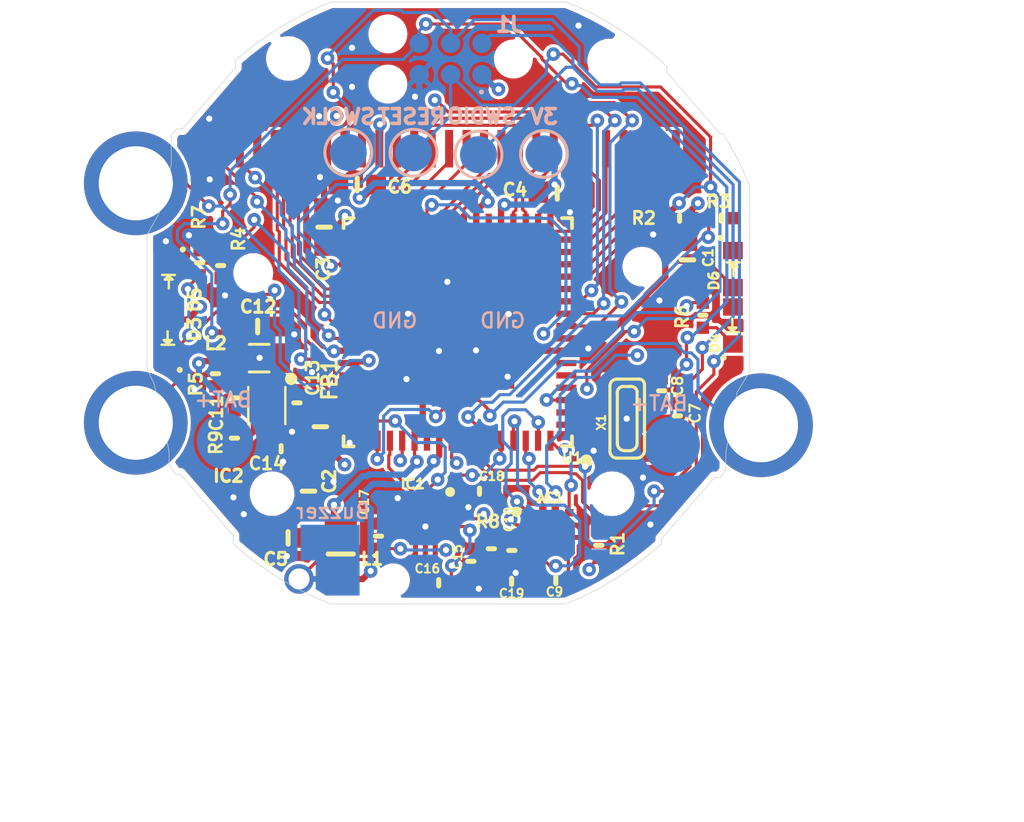
<source format=kicad_pcb>
(kicad_pcb (version 20221018) (generator pcbnew)
  (layers (0 "F.Cu" signal) (1 "In1.Cu" signal) (2 "In2.Cu" signal) (31 "B.Cu" signal) (34 "B.Paste" user) (35 "F.Paste" user) (36 "B.SilkS" user "B.Silkscreen") (37 "F.SilkS" user "F.Silkscreen") (38 "B.Mask" user) (39 "F.Mask" user) (44 "Edge.Cuts" user))
  (net 0 "")
  (net 1 "/~{RESET}")
  (net 2 "/SWCLK")
  (net 3 "Net-(U1B-VDDCORE)")
  (net 4 "Net-(U1B-VLCD)")
  (net 5 "/XIN32")
  (net 6 "/XOUT32")
  (net 7 "/SWDIO")
  (net 8 "Net-(U1B-VDDOUT)")
  (net 9 "/SEG23")
  (net 10 "/SEG22")
  (net 11 "/SEG21")
  (net 12 "/SEG20")
  (net 13 "/SEG19")
  (net 14 "/SEG18")
  (net 15 "/COM0")
  (net 16 "/COM1")
  (net 17 "/COM2")
  (net 18 "/SEG17")
  (net 19 "/SEG16")
  (net 20 "/SEG15")
  (net 21 "/SEG14")
  (net 22 "/SEG13")
  (net 23 "/SEG12")
  (net 24 "/SEG11")
  (net 25 "/SEG10")
  (net 26 "/SEG9")
  (net 27 "/SEG8")
  (net 28 "/SEG7")
  (net 29 "/SEG6")
  (net 30 "/SEG5")
  (net 31 "/SEG4")
  (net 32 "/SEG3")
  (net 33 "/SEG2")
  (net 34 "/SEG1")
  (net 35 "/SEG0")
  (net 36 "/ALARM")
  (net 37 "/BUZZER")
  (net 38 "/LIGHT")
  (net 39 "/MODE")
  (net 40 "/A0_ALT")
  (net 44 "GND")
  (net 45 "/MISO")
  (net 46 "/MOSI")
  (net 47 "/BMA400_INT")
  (net 48 "/BMA400_CS")
  (net 49 "/SCK")
  (net 51 "Net-(IC2-VIN)")
  (net 52 "+BATT")
  (net 53 "+3V0")
  (net 54 "Net-(IC2-SW)")
  (net 55 "Net-(AC1-VDD)")
  (net 56 "/SEC_POWER")
  (net 58 "/ENABLE_SECONDARY_POWER")
  (net 60 "Net-(D3-K)")
  (net 61 "Net-(D4-K)")
  (net 62 "Net-(D5-K)")
  (net 63 "Net-(D6-K)")
  (net 65 "/RIGHT_LED_2")
  (net 66 "/LEFT_LED_2")
  (net 67 "/RIGHT_LED")
  (net 68 "/LEFT_LED")
  (net 69 "Net-(IC1-CN1)")
  (net 70 "Net-(IC1-CN2)")
  (net 71 "Net-(IC1-CP1)")
  (net 72 "Net-(IC1-VOUT)")
  (net 73 "Net-(IC1-CP2)")
  (net 74 "/BUZZER_EN1")
  (net 75 "/BUZZER_EN2")
  (net 76 "/BUZZER_CONTROL")
  (net 77 "Net-(IC2-VMAIN)")
  (footprint "OSO-SWAT-A1-05:_0402MP" (layer "F.Cu") (at 142.37 109.05 90)
    (fp_text reference "C13")
    (fp_text value "22uF")
  )
  (footprint "OSO-SWAT-A1-05:_0402MP" (layer "F.Cu") (at 158.8 105.5 90)
    (fp_text reference "R6")
    (fp_text value "50")
  )
  (footprint "KevinsFootprints:LED_APHD1608LZGCK" (layer "F.Cu") (at 160.02 105.918 90)
    (fp_text reference "D4")
    (fp_text value "Right LED")
  )
  (footprint "OSO-SWAT-A1-05:_0603MP" (layer "F.Cu") (at 143.472116 101.934515 90)
    (fp_text reference "C3")
    (fp_text value "0.1uF")
  )
  (footprint "OSO-SWAT-A1-05:_0402MP" (layer "F.Cu") (at 150.24 114.96 -90)
    (fp_text reference "R8")
    (fp_text value "100")
  )
  (footprint "OSO-SWAT-A1-05:_0402MP" (layer "F.Cu") (at 157.137316 108.563915 -90)
    (fp_text reference "C8")
    (fp_text value "10pf")
  )
  (footprint "OSO-SWAT-A1-05:_0402MP" (layer "F.Cu") (at 139.84 110.48 90)
    (fp_text reference "R9")
    (fp_text value "1m")
  )
  (footprint "OSO-SWAT-A1-05:QFN64_9X9MC_MCH" (layer "F.Cu") (at 148.882316 106.189015 180)
    (fp_text reference "U1")
    (fp_text value "ATSAML22J18A-MUT")
  )
  (footprint "OSO-SWAT-A1-05:_0402MP" (layer "F.Cu") (at 151.06 116.28)
    (fp_text reference "C19")
    (fp_text value "22uF")
  )
  (footprint "OSO-SWAT-A1-05:_0402MP" (layer "F.Cu") (at 157.772316 109.579915 90)
    (fp_text reference "C7")
    (fp_text value "10pf")
  )
  (footprint "OSO-SWAT-A1-05:_0603MP" (layer "F.Cu") (at 142.011616 114.520215 180)
    (fp_text reference "C5")
    (fp_text value "1uF")
  )
  (footprint "OSO-SWAT-A1-05:XTAL3215" (layer "F.Cu") (at 155.740316 109.689015 -90)
    (fp_text reference "X1")
    (fp_text value "32.768")
  )
  (footprint "OSO-SWAT-A1-05:_0402MP" (layer "F.Cu") (at 139.85 108.85 -90)
    (fp_text reference "C11")
    (fp_text value "1uF")
  )
  (footprint "OSO-SWAT-A1-05:_0402MP" (layer "F.Cu") (at 157.86 101.57 180)
    (fp_text reference "R2")
    (fp_text value "10K")
  )
  (footprint "OSO-SWAT-A1-05:_0402MP" (layer "F.Cu") (at 149.41 115.47 -90)
    (fp_text reference "C15")
    (fp_text value "2.2uF 25V")
  )
  (footprint "OSO-SWAT-A1-05:_0402MP" (layer "F.Cu") (at 159.55 101.57 180)
    (fp_text reference "R3")
    (fp_text value "50")
  )
  (footprint "OSO-SWAT-A1-05:_0402MP" (layer "F.Cu") (at 139.07 107.87 -90)
    (fp_text reference "R5")
    (fp_text value "300")
  )
  (footprint "OSO-SWAT-A1-05:_0402MP" (layer "F.Cu") (at 152.85 116.25 180)
    (fp_text reference "C9")
    (fp_text value "0.1uF")
  )
  (footprint "OSO-SWAT-A1-05:_0603MP" (layer "F.Cu") (at 152.908216 100.550215)
    (fp_text reference "C4")
    (fp_text value "0.1uF")
  )
  (footprint "KevinsFootprints:PAM8904EGPR" (layer "F.Cu") (at 147.57 114.06 -90)
    (fp_text reference "IC1")
    (fp_text value "PAM8904EGPR" hide)
  )
  (footprint "OSO-SWAT-A1-05:_0603MP" (layer "F.Cu") (at 142.837116 112.627915 -90)
    (fp_text reference "C2")
    (fp_text value "0.1uF")
  )
  (footprint "OSO-SWAT-A1-05:_0402MP" (layer "F.Cu") (at 149.76 112.63 180)
    (fp_text reference "C18")
    (fp_text value "2.2uF")
  )
  (footprint "OSO-SWAT-A1-05:_0402MP" (layer "F.Cu") (at 141.73 110.91 180)
    (fp_text reference "C14")
    (fp_text value "1uF")
  )
  (footprint "KevinsFootprints:BOSCH_LGA-12" (layer "F.Cu") (at 152.57517 114.25)
    (fp_text reference "AC1")
    (fp_text value "BMA400" hide)
  )
  (footprint "KevinsFootprints:TPS610985DSER" (layer "F.Cu") (at 141.15 109.16 -90)
    (fp_text reference "IC2")
    (fp_text value "TPS610985DSER" hide)
  )
  (footprint "OSO-SWAT-A1-05:_0603MP" (layer "F.Cu") (at 143.32 110.018 -90)
    (fp_text reference "FB1")
    (fp_text value "FerriteBead_Small")
  )
  (footprint "OSO-SWAT-A1-05:_0603MP" (layer "F.Cu") (at 144.810697 100.207315 180)
    (fp_text reference "C6")
    (fp_text value "1uF")
  )
  (footprint "KevinsFootprints:LED_APHD1608LZGCK" (layer "F.Cu") (at 137.16 106.426 90)
    (fp_text reference "D3")
    (fp_text value "Left LED")
  )
  (footprint "KevinsFootprints:LED_APHD1608LZGCK" (layer "F.Cu") (at 160.02 103.632 -90)
    (fp_text reference "D6")
    (fp_text value "Right LED 2")
  )
  (footprint "OSO-SWAT-A1-05:_0402MP" (layer "F.Cu") (at 138.43 103.378 90)
    (fp_text reference "R7")
    (fp_text value "50")
  )
  (footprint "OSO-SWAT-A1-05:MICROBUILDER__0805MP" (layer "F.Cu") (at 144.145216 115.174 -90)
    (fp_text reference "L1")
    (fp_text value "10uH")
  )
  (footprint "OSO-SWAT-A1-05:_0402MP" (layer "F.Cu") (at 145.67 114.45 90)
    (fp_text reference "C17")
    (fp_text value "1uF")
  )
  (footprint "KevinsFootprints:L_0805_2012Metric" (layer "F.Cu") (at 140.84 107.24)
    (fp_text reference "L2")
    (fp_text value "4.7uH")
  )
  (footprint "KevinsFootprints:CASIO-F91W-OUTLINE-TAG-CONNECT" (layer "F.Cu") (at 148.501316 105.007915)
    (fp_text reference "O1")
    (fp_text value "~")
    (fp_line (start -12.2 -2.757631) (end -11.71355 -3.627168) (stroke (width 0.025)) (layer "Edge.Cuts"))
    (fp_line (start -12.2 2.663568) (end -12.2 -2.757631) (stroke (width 0.025)) (layer "Edge.Cuts"))
    (fp_line (start -11.913368 3.27264) (end -12.2 2.663568) (stroke (width 0.025)) (layer "Edge.Cuts"))
    (fp_line (start -11.71355 -3.627168) (end -11.213318 -5.628081) (stroke (width 0.025)) (layer "Edge.Cuts"))
    (fp_line (start -11.31254 5.972231) (end -11.913368 3.27264) (stroke (width 0.025)) (layer "Edge.Cuts"))
    (fp_line (start -11.301518 6.54825) (end -11.31254 5.972231) (stroke (width 0.025)) (layer "Edge.Cuts"))
    (fp_line (start -11.22435 -6.79254) (end -11.213318 -5.628081) (stroke (width 0.025)) (layer "Edge.Cuts"))
    (fp_line (start -11.02729 6.931331) (end -11.301518 6.54825) (stroke (width 0.025)) (layer "Edge.Cuts"))
    (fp_line (start -11.012131 -7.05574) (end -11.22435 -6.79254) (stroke (width 0.025)) (layer "Edge.Cuts"))
    (fp_line (start -10.855031 6.931331) (end -11.02729 6.931331) (stroke (width 0.025)) (layer "Edge.Cuts"))
    (fp_line (start -10.761331 -7.05574) (end -11.012131 -7.05574) (stroke (width 0.025)) (layer "Edge.Cuts"))
    (fp_line (start -8.712168 9.41319) (end -10.855031 6.931331) (stroke (width 0.025)) (layer "Edge.Cuts"))
    (fp_line (start -8.712168 9.7522) (end -8.712168 9.41319) (stroke (width 0.025)) (layer "Edge.Cuts"))
    (fp_line (start -8.617081 -9.831118) (end -8.617081 -9.5376) (stroke (width 0.025)) (layer "Edge.Cuts"))
    (fp_line (start -8.617081 -9.5376) (end -10.761331 -7.05574) (stroke (width 0.025)) (layer "Edge.Cuts"))
    (fp_line (start -8.273968 10.12839) (end -8.712168 9.7522) (stroke (width 0.025)) (layer "Edge.Cuts"))
    (fp_line (start -8.180268 -10.199068) (end -8.617081 -9.831118) (stroke (width 0.025)) (layer "Edge.Cuts"))
    (fp_line (start -7.819209 10.485309) (end -8.273968 10.12839) (stroke (width 0.025)) (layer "Edge.Cuts"))
    (fp_line (start -7.729631 -10.547681) (end -8.180268 -10.199068) (stroke (width 0.025)) (layer "Edge.Cuts"))
    (fp_line (start -7.349309 10.82155) (end -7.819209 10.485309) (stroke (width 0.025)) (layer "Edge.Cuts"))
    (fp_line (start -7.263868 -10.874268) (end -7.729631 -10.547681) (stroke (width 0.025)) (layer "Edge.Cuts"))
    (fp_line (start -6.86425 11.1385) (end -7.349309 10.82155) (stroke (width 0.025)) (layer "Edge.Cuts"))
    (fp_line (start -6.785659 -11.18159) (end -7.263868 -10.874268) (stroke (width 0.025)) (layer "Edge.Cuts"))
    (fp_line (start -6.362618 11.4334) (end -6.86425 11.1385) (stroke (width 0.025)) (layer "Edge.Cuts"))
    (fp_line (start -6.293709 -11.468231) (end -6.785659 -11.18159) (stroke (width 0.025)) (layer "Edge.Cuts"))
    (fp_line (start -5.848631 11.70625) (end -6.362618 11.4334) (stroke (width 0.025)) (layer "Edge.Cuts"))
    (fp_line (start -5.789368 -11.731418) (end -6.293709 -11.468231) (stroke (width 0.025)) (layer "Edge.Cuts"))
    (fp_line (start -5.31944 11.95705) (end -5.848631 11.70625) (stroke (width 0.025)) (layer "Edge.Cuts"))
    (fp_line (start -5.273981 -11.973968) (end -5.789368 -11.731418) (stroke (width 0.025)) (layer "Edge.Cuts"))
    (fp_line (start -4.777868 12.185809) (end -5.31944 11.95705) (stroke (width 0.025)) (layer "Edge.Cuts"))
    (fp_line (start -4.747559 -12.19444) (end -5.273981 -11.973968) (stroke (width 0.025)) (layer "Edge.Cuts"))
    (fp_line (start -4.747559 -12.19444) (end 4.778809 -12.19444) (stroke (width 0.025)) (layer "Edge.Cuts"))
    (fp_line (start 4.747131 12.185809) (end -4.777868 12.185809) (stroke (width 0.025)) (layer "Edge.Cuts"))
    (fp_line (start 5.283181 11.96119) (end 4.747131 12.185809) (stroke (width 0.025)) (layer "Edge.Cuts"))
    (fp_line (start 5.343809 -11.954659) (end 4.778809 -12.19444) (stroke (width 0.025)) (layer "Edge.Cuts"))
    (fp_line (start 5.804081 11.71039) (end 5.283181 11.96119) (stroke (width 0.025)) (layer "Edge.Cuts"))
    (fp_line (start 5.893659 -11.687331) (end 5.343809 -11.954659) (stroke (width 0.025)) (layer "Edge.Cuts"))
    (fp_line (start 6.309818 11.43615) (end 5.804081 11.71039) (stroke (width 0.025)) (layer "Edge.Cuts"))
    (fp_line (start 6.42694 -11.393809) (end 5.893659 -11.687331) (stroke (width 0.025)) (layer "Edge.Cuts"))
    (fp_line (start 6.801768 11.1385) (end 6.309818 11.43615) (stroke (width 0.025)) (layer "Edge.Cuts"))
    (fp_line (start 6.9437 -11.075468) (end 6.42694 -11.393809) (stroke (width 0.025)) (layer "Edge.Cuts"))
    (fp_line (start 7.27855 10.82155) (end 6.801768 11.1385) (stroke (width 0.025)) (layer "Edge.Cuts"))
    (fp_line (start 7.443931 -10.73374) (end 6.9437 -11.075468) (stroke (width 0.025)) (layer "Edge.Cuts"))
    (fp_line (start 7.741568 10.483931) (end 7.27855 10.82155) (stroke (width 0.025)) (layer "Edge.Cuts"))
    (fp_line (start 7.927618 -10.371281) (end 7.443931 -10.73374) (stroke (width 0.025)) (layer "Edge.Cuts"))
    (fp_line (start 8.19084 10.129768) (end 7.741568 10.483931) (stroke (width 0.025)) (layer "Edge.Cuts"))
    (fp_line (start 8.39615 -9.988218) (end 7.927618 -10.371281) (stroke (width 0.025)) (layer "Edge.Cuts"))
    (fp_line (start 8.6263 9.55375) (end 8.6263 9.75909) (stroke (width 0.025)) (layer "Edge.Cuts"))
    (fp_line (start 8.6263 9.75909) (end 8.19084 10.129768) (stroke (width 0.025)) (layer "Edge.Cuts"))
    (fp_line (start 8.8468 -9.5872) (end 8.39615 -9.988218) (stroke (width 0.025)) (layer "Edge.Cuts"))
    (fp_line (start 8.8468 -9.34055) (end 8.8468 -9.5872) (stroke (width 0.025)) (layer "Edge.Cuts"))
    (fp_line (start 10.76914 7.071918) (end 8.6263 9.55375) (stroke (width 0.025)) (layer "Edge.Cuts"))
    (fp_line (start 10.98964 -6.857309) (end 8.8468 -9.34055) (stroke (width 0.025)) (layer "Edge.Cuts"))
    (fp_line (start 11.00755 7.071918) (end 10.76914 7.071918) (stroke (width 0.025)) (layer "Edge.Cuts"))
    (fp_line (start 11.128809 -6.857309) (end 10.98964 -6.857309) (stroke (width 0.025)) (layer "Edge.Cuts"))
    (fp_line (start 11.222509 6.748068) (end 11.00755 7.071918) (stroke (width 0.025)) (layer "Edge.Cuts"))
    (fp_line (start 11.2363 6.021831) (end 11.222509 6.748068) (stroke (width 0.025)) (layer "Edge.Cuts"))
    (fp_line (start 11.430609 -6.34469) (end 11.128809 -6.857309) (stroke (width 0.025)) (layer "Edge.Cuts"))
    (fp_line (start 11.6869 3.622668) (end 11.2363 6.021831) (stroke (width 0.025)) (layer "Edge.Cuts"))
    (fp_line (start 11.6869 3.622668) (end 12.199568 2.76969) (stroke (width 0.025)) (layer "Edge.Cuts"))
    (fp_line (start 11.71174 -5.818281) (end 11.430609 -6.34469) (stroke (width 0.025)) (layer "Edge.Cuts"))
    (fp_line (start 11.9694 -5.27944) (end 11.71174 -5.818281) (stroke (width 0.025)) (layer "Edge.Cuts"))
    (fp_line (start 12.199568 -4.7241) (end 11.9694 -5.27944) (stroke (width 0.025)) (layer "Edge.Cuts"))
    (fp_line (start 12.199568 2.76969) (end 12.199568 -4.7241) (stroke (width 0.025)) (layer "Edge.Cuts"))
  )
  (footprint "OSO-SWAT-A1-05:_0402MP" (layer "F.Cu") (at 151.07 115.03 -90)
    (fp_text reference "C10")
    (fp_text value "0.1uF")
  )
  (footprint "KevinsFootprints:LED_APHD1608LZGCK" (layer "F.Cu") (at 137.16 104.14 -90)
    (fp_text reference "D5")
    (fp_text value "Left LED 2")
  )
  (footprint "OSO-SWAT-A1-05:_0603MP" (layer "F.Cu") (at 158.18 103.26 -90)
    (fp_text reference "C1")
    (fp_text value "10uF")
  )
  (footprint "OSO-SWAT-A1-05:_0402MP" (layer "F.Cu") (at 148.11 116.34 180)
    (fp_text reference "C16")
    (fp_text value "1uF")
  )
  (footprint "OSO-SWAT-A1-05:_0402MP" (layer "F.Cu") (at 154.59 114.82 90)
    (fp_text reference "R1")
    (fp_text value "10K")
  )
  (footprint "OSO-SWAT-A1-05:_0603MP" (layer "F.Cu") (at 140.78 105.96 180)
    (fp_text reference "C12")
    (fp_text value "10uF")
  )
  (footprint "OSO-SWAT-A1-05:_0402MP" (layer "F.Cu") (at 139.28 103.49 90)
    (fp_text reference "R4")
    (fp_text value "50")
  )
  (footprint "TestPoint:TestPoint_Pad_D1.5mm" (layer "B.Cu") (at 152.37 98.97 180)
    (fp_text reference "TP6")
    (fp_text value "3V")
  )
  (footprint "KevinsFootprints:TC2030IDC" (layer "B.Cu") (at 148.907 95.123 180)
    (fp_text reference "J1")
    (fp_text value "TC2030-IDC" hide)
  )
  (footprint "TestPoint:TestPoint_Pad_D1.5mm" (layer "B.Cu") (at 149.72 99 180)
    (fp_text reference "TP2")
    (fp_text value "SWDIO")
  )
  (footprint "TestPoint:TestPoint_Pad_D1.5mm" (layer "B.Cu") (at 144.45 98.91 180)
    (fp_text reference "TP3")
    (fp_text value "SWCLK")
  )
  (footprint "TestPoint:TestPoint_Pad_D1.5mm" (layer "B.Cu") (at 147.09 98.92 180)
    (fp_text reference "TP1")
    (fp_text value "RESET")
  )
  (segment (start 155.681496 106.16) (end 154.086499 107.754997) (width 0.127) (layer "F.Cu") (net 1))
  (segment (start 154.109487 108.047991) (end 154.109487 108.485) (width 0.127) (layer "F.Cu") (net 1))
  (segment (start 146.632316 111.30766) (end 146.552166 111.38781) (width 0.127) (layer "F.Cu") (net 1))
  (segment (start 154.086499 108.025003) (end 154.109487 108.047991) (width 0.127) (layer "F.Cu") (net 1))
  (segment (start 146.632316 110.583215) (end 146.632316 111.30766) (width 0.127) (layer "F.Cu") (net 1))
  (segment (start 156.02 106.16) (end 155.681496 106.16) (width 0.127) (layer "F.Cu") (net 1))
  (segment (start 157.53 101.27) (end 157.53 101.392) (width 0.254) (layer "F.Cu") (net 1))
  (segment (start 159.112964 98.282256) (end 157.084986 96.254278) (width 0.127) (layer "F.Cu") (net 1))
  (segment (start 159.112964 100.310574) (end 159.112964 98.282256) (width 0.127) (layer "F.Cu") (net 1))
  (segment (start 154.086499 107.754997) (end 154.086499 108.025003) (width 0.127) (layer "F.Cu") (net 1))
  (segment (start 157.084986 96.254278) (end 154.47 96.254278) (width 0.127) (layer "F.Cu") (net 1))
  (segment (start 154.47 96.254278) (end 153.141998 94.926276) (width 0.127) (layer "F.Cu") (net 1))
  (segment (start 157.53 101.392) (end 157.352 101.57) (width 0.254) (layer "F.Cu") (net 1))
  (segment (start 153.141998 94.926276) (end 152.748666 94.926276) (width 0.127) (layer "F.Cu") (net 1))
  (segment (start 157.84 100.96) (end 157.53 101.27) (width 0.254) (layer "F.Cu") (net 1))
  (via (at 146.552166 111.38781) (size 0.55) (drill 0.25) (layers "F.Cu" "B.Cu") (net 1))
  (via (at 157.84 100.96) (size 0.55) (drill 0.25) (layers "F.Cu" "B.Cu") (net 1))
  (via (at 154.109487 108.485) (size 0.55) (drill 0.25) (layers "F.Cu" "B.Cu") (net 1))
  (via (at 156.02 106.16) (size 0.55) (drill 0.25) (layers "F.Cu" "B.Cu") (net 1))
  (via (at 152.748666 94.926276) (size 0.55) (drill 0.25) (layers "F.Cu" "B.Cu") (net 1))
  (via (at 159.112964 100.310574) (size 0.55) (drill 0.25) (layers "F.Cu" "B.Cu") (net 1))
  (segment (start 152.75 94.95) (end 152.75 94.92761) (width 0.127) (layer "B.Cu") (net 1))
  (segment (start 151.171496 96.99) (end 152.47 95.691496) (width 0.127) (layer "B.Cu") (net 1))
  (segment (start 157.84 100.96) (end 158.489426 100.310574) (width 0.127) (layer "B.Cu") (net 1))
  (segment (start 152.47 95.23) (end 152.75 94.95) (width 0.127) (layer "B.Cu") (net 1))
  (segment (start 148.59 97.42) (end 147.09 98.92) (width 0.127) (layer "B.Cu") (net 1))
  (segment (start 159.494724 100.692334) (end 159.494724 104.527666) (width 0.127) (layer "B.Cu") (net 1))
  (segment (start 148.59 95.758) (end 149.822 96.99) (width 0.127) (layer "B.Cu") (net 1))
  (segment (start 152.47 95.691496) (end 152.47 95.23) (width 0.127) (layer "B.Cu") (net 1))
  (segment (start 158.489426 100.310574) (end 159.112964 100.310574) (width 0.127) (layer "B.Cu") (net 1))
  (segment (start 149.822 96.99) (end 151.171496 96.99) (width 0.127) (layer "B.Cu") (net 1))
  (segment (start 156.65 105.64) (end 156.54 105.64) (width 0.127) (layer "B.Cu") (net 1))
  (segment (start 159.112964 100.310574) (end 159.494724 100.692334) (width 0.127) (layer "B.Cu") (net 1))
  (segment (start 158.38239 105.64) (end 156.65 105.64) (width 0.127) (layer "B.Cu") (net 1))
  (segment (start 148.59 95.758) (end 148.59 97.42) (width 0.127) (layer "B.Cu") (net 1))
  (segment (start 152.75 94.92761) (end 152.748666 94.926276) (width 0.127) (layer "B.Cu") (net 1))
  (segment (start 159.494724 104.527666) (end 158.38239 105.64) (width 0.127) (layer "B.Cu") (net 1))
  (segment (start 156.54 105.64) (end 156.02 106.16) (width 0.127) (layer "B.Cu") (net 1))
  (segment (start 153.662222 111.923456) (end 153.405846 111.923456) (width 0.127) (layer "F.Cu") (net 2))
  (segment (start 157.32 113.22) (end 156.12 113.22) (width 0.127) (layer "F.Cu") (net 2))
  (segment (start 158.536499 108.604997) (end 158.536499 111.999562) (width 0.127) (layer "F.Cu") (net 2))
  (segment (start 151.912005 112.186499) (end 150.325611 112.186499) (width 0.127) (layer "F.Cu") (net 2))
  (segment (start 158.536499 111.999562) (end 157.766061 112.77) (width 0.127) (layer "F.Cu") (net 2))
  (segment (start 153.934612 112.195846) (end 153.662222 111.923456) (width 0.127) (layer "F.Cu") (net 2))
  (segment (start 156.12 113.22) (end 155.55 113.79) (width 0.127) (layer "F.Cu") (net 2))
  (segment (start 157.766061 112.77) (end 157.766061 112.773939) (width 0.127) (layer "F.Cu") (net 2))
  (segment (start 152.221114 111.87739) (end 151.912005 112.186499) (width 0.127) (layer "F.Cu") (net 2))
  (segment (start 149.132316 110.993204) (end 149.132316 110.583215) (width 0.127) (layer "F.Cu") (net 2))
  (segment (start 154.59 114.312) (end 154.59 113.83) (width 0.127) (layer "F.Cu") (net 2))
  (segment (start 157.766061 112.773939) (end 157.32 113.22) (width 0.127) (layer "F.Cu") (net 2))
  (segment (start 153.35978 111.87739) (end 152.221114 111.87739) (width 0.127) (layer "F.Cu") (net 2))
  (segment (start 155.55 113.79) (end 154.66 113.79) (width 0.127) (layer "F.Cu") (net 2))
  (segment (start 159.24963 107.36831) (end 159.24963 107.891866) (width 0.127) (layer "F.Cu") (net 2))
  (segment (start 150.325611 112.186499) (end 149.132316 110.993204) (width 0.127) (layer "F.Cu") (net 2))
  (segment (start 143.84 95.32) (end 143.84 96.47) (width 0.127) (layer "F.Cu") (net 2))
  (segment (start 154.66 113.79) (end 154.645 113.775) (width 0.127) (layer "F.Cu") (net 2))
  (segment (start 153.934612 113.064612) (end 153.934612 112.195846) (width 0.127) (layer "F.Cu") (net 2))
  (segment (start 159.24963 107.891866) (end 158.536499 108.604997) (width 0.127) (layer "F.Cu") (net 2))
  (segment (start 143.61 95.09) (end 143.84 95.32) (width 0.127) (layer "F.Cu") (net 2))
  (segment (start 154.59 113.83) (end 154.645 113.775) (width 0.127) (layer "F.Cu") (net 2))
  (segment (start 154.66 113.79) (end 153.934612 113.064612) (width 0.127) (layer "F.Cu") (net 2))
  (segment (start 153.405846 111.923456) (end 153.35978 111.87739) (width 0.127) (layer "F.Cu") (net 2))
  (via (at 143.61 95.09) (size 0.55) (drill 0.25) (layers "F.Cu" "B.Cu") (net 2))
  (via (at 143.84 96.47) (size 0.55) (drill 0.25) (layers "F.Cu" "B.Cu") (net 2))
  (via (at 159.24963 107.36831) (size 0.55) (drill 0.25) (layers "F.Cu" "B.Cu") (net 2))
  (segment (start 148.59 93.92) (end 147.91 93.24) (width 0.127) (layer "B.Cu") (net 2))
  (segment (start 155.429868 96.171015) (end 154.628364 96.171015) (width 0.127) (layer "B.Cu") (net 2))
  (segment (start 143.84 96.47) (end 144.45 97.08) (width 0.127) (layer "B.Cu") (net 2))
  (segment (start 154.628364 96.171015) (end 153.794335 95.336986) (width 0.127) (layer "B.Cu") (net 2))
  (segment (start 160.283501 100.103501) (end 156.272999 96.092998) (width 0.127) (layer "B.Cu") (net 2))
  (segment (start 148.59 94.488) (end 148.59 93.92) (width 0.127) (layer "B.Cu") (net 2))
  (segment (start 159.24963 107.36831) (end 160.283501 106.334439) (width 0.127) (layer "B.Cu") (net 2))
  (segment (start 160.283501 106.334439) (end 160.283501 100.103501) (width 0.127) (layer "B.Cu") (net 2))
  (segment (start 146.68 93.24) (end 146.67 93.23) (width 0.127) (layer "B.Cu") (net 2))
  (segment (start 145.46 93.15) (end 145.26 93.35) (width 0.127) (layer "B.Cu") (net 2))
  (segment (start 155.507885 96.092998) (end 155.429868 96.171015) (width 0.127) (layer "B.Cu") (net 2))
  (segment (start 152.698504 93.53) (end 149.548 93.53) (width 0.127) (layer "B.Cu") (net 2))
  (segment (start 143.61 95) (end 143.61 95.09) (width 0.127) (layer "B.Cu") (net 2))
  (segment (start 146.59 93.15) (end 145.71 93.15) (width 0.127) (layer "B.Cu") (net 2))
  (segment (start 144.45 97.08) (end 144.45 98.91) (width 0.127) (layer "B.Cu") (net 2))
  (segment (start 156.272999 96.092998) (end 155.507885 96.092998) (width 0.127) (layer "B.Cu") (net 2))
  (segment (start 145.26 93.35) (end 143.61 95) (width 0.127) (layer "B.Cu") (net 2))
  (segment (start 153.794335 95.336986) (end 153.794335 94.625831) (width 0.127) (layer "B.Cu") (net 2))
  (segment (start 149.548 93.53) (end 148.59 94.488) (width 0.127) (layer "B.Cu") (net 2))
  (segment (start 145.71 93.15) (end 145.46 93.15) (width 0.127) (layer "B.Cu") (net 2))
  (segment (start 147.91 93.24) (end 146.68 93.24) (width 0.127) (layer "B.Cu") (net 2))
  (segment (start 153.794335 94.625831) (end 152.698504 93.53) (width 0.127) (layer "B.Cu") (net 2))
  (segment (start 146.67 93.23) (end 146.59 93.15) (width 0.127) (layer "B.Cu") (net 2))
  (segment (start 147.132316 111.338566) (end 147.227167 111.433417) (width 0.127) (layer "F.Cu") (net 3))
  (segment (start 144.145216 114.215415) (end 143.872116 113.942315) (width 0.254) (layer "F.Cu") (net 3))
  (segment (start 143.87 113.18) (end 143.87 113.882784) (width 0.254) (layer "F.Cu") (net 3))
  (segment (start 147.132316 110.583215) (end 147.132316 111.338566) (width 0.127) (layer "F.Cu") (net 3))
  (segment (start 143.87 113.882784) (end 144.145216 114.158) (width 0.254) (layer "F.Cu") (net 3))
  (segment (start 143.840416 114.520215) (end 144.145216 114.215415) (width 0.254) (layer "F.Cu") (net 3))
  (segment (start 142.773616 114.520215) (end 143.840416 114.520215) (width 0.254) (layer "F.Cu") (net 3))
  (via (at 147.227167 111.433417) (size 0.55) (drill 0.25) (layers "F.Cu" "B.Cu") (net 3))
  (via (at 143.87 113.18) (size 0.55) (drill 0.25) (layers "F.Cu" "B.Cu") (net 3))
  (segment (start 146.727889 111.959499) (end 147.227167 111.460221) (width 0.254) (layer "B.Cu") (net 3))
  (segment (start 145.253479 111.970999) (end 145.283479 111.970999) (width 0.254) (layer "B.Cu") (net 3))
  (segment (start 145.214979 112.009499) (end 145.253479 111.970999) (width 0.254) (layer "B.Cu") (net 3))
  (segment (start 143.87 113.18) (end 145.030501 112.019499) (width 0.254) (layer "B.Cu") (net 3))
  (segment (start 145.192391 112.009499) (end 145.214979 112.009499) (width 0.254) (layer "B.Cu") (net 3))
  (segment (start 145.283479 111.970999) (end 145.303479 111.950999) (width 0.254) (layer "B.Cu") (net 3))
  (segment (start 147.227167 111.460221) (end 147.227167 111.433417) (width 0.254) (layer "B.Cu") (net 3))
  (segment (start 145.030501 112.019499) (end 145.182391 112.019499) (width 0.254) (layer "B.Cu") (net 3))
  (segment (start 146.065021 111.959499) (end 146.727889 111.959499) (width 0.254) (layer "B.Cu") (net 3))
  (segment (start 145.182391 112.019499) (end 145.192391 112.009499) (width 0.254) (layer "B.Cu") (net 3))
  (segment (start 145.303479 111.950999) (end 146.056521 111.950999) (width 0.254) (layer "B.Cu") (net 3))
  (segment (start 146.056521 111.950999) (end 146.065021 111.959499) (width 0.254) (layer "B.Cu") (net 3))
  (segment (start 149.632316 101.275203) (end 150.011267 100.896252) (width 0.254) (layer "F.Cu") (net 4))
  (segment (start 149.632316 101.794815) (end 149.632316 101.275203) (width 0.254) (layer "F.Cu") (net 4))
  (segment (start 145.035643 100.744369) (end 144.902525 100.744369) (width 0.254) (layer "F.Cu") (net 4))
  (segment (start 145.572697 100.207315) (end 145.035643 100.744369) (width 0.254) (layer "F.Cu") (net 4))
  (via (at 150.102522 100.896252) (size 0.55) (drill 0.25) (layers "F.Cu" "B.Cu") (net 4))
  (via (at 144.902525 100.744369) (size 0.55) (drill 0.25) (layers "F.Cu" "B.Cu") (net 4))
  (segment (start 150.102522 100.896252) (end 150.102522 100.642522) (width 0.254) (layer "B.Cu") (net 4))
  (segment (start 149.61 100.15) (end 145.496894 100.15) (width 0.254) (layer "B.Cu") (net 4))
  (segment (start 150.102522 100.642522) (end 149.61 100.15) (width 0.254) (layer "B.Cu") (net 4))
  (segment (start 145.496894 100.15) (end 144.902525 100.744369) (width 0.254) (layer "B.Cu") (net 4))
  (segment (start 155.740316 110.889015) (end 156.971216 110.889015) (width 0.127) (layer "F.Cu") (net 5))
  (segment (start 155.359316 110.889015) (end 154.409316 109.939015) (width 0.127) (layer "F.Cu") (net 5))
  (segment (start 155.359316 110.889015) (end 155.740316 110.889015) (width 0.127) (layer "F.Cu") (net 5))
  (segment (start 153.276516 109.939015) (end 154.409316 109.939015) (width 0.127) (layer "F.Cu") (net 5))
  (segment (start 156.971216 110.889015) (end 157.772316 110.087915) (width 0.127) (layer "F.Cu") (net 5))
  (segment (start 155.740316 108.489015) (end 154.709931 109.5194) (width 0.127) (layer "F.Cu") (net 6))
  (segment (start 154.709931 109.5194) (end 153.356901 109.5194) (width 0.127) (layer "F.Cu") (net 6))
  (segment (start 155.740316 108.489015) (end 156.173416 108.055915) (width 0.127) (layer "F.Cu") (net 6))
  (segment (start 156.173416 108.055915) (end 157.137316 108.055915) (width 0.127) (layer "F.Cu") (net 6))
  (segment (start 153.356901 109.5194) (end 153.276516 109.439015) (width 0.127) (layer "F.Cu") (net 6))
  (segment (start 158.7828 107.6872) (end 158.7828 106.81758) (width 0.127) (layer "F.Cu") (net 7))
  (segment (start 154.016376 111.62) (end 154.030917 111.634541) (width 0.127) (layer "F.Cu") (net 7))
  (segment (start 151.961878 111.778122) (end 152.12 111.62) (width 0.127) (layer "F.Cu") (net 7))
  (segment (start 150.293823 111.778122) (end 151.961878 111.778122) (width 0.127) (layer "F.Cu") (net 7))
  (segment (start 158.282998 111.627002) (end 158.282998 108.187002) (width 0.127) (layer "F.Cu") (net 7))
  (segment (start 157.28 112.63) (end 158.282998 111.627002) (width 0.127) (layer "F.Cu") (net 7))
  (segment (start 152.12 111.62) (end 154.016376 111.62) (width 0.127) (layer "F.Cu") (net 7))
  (segment (start 149.632316 111.116615) (end 150.293823 111.778122) (width 0.127) (layer "F.Cu") (net 7))
  (segment (start 149.632316 110.583215) (end 149.632316 111.116615) (width 0.127) (layer "F.Cu") (net 7))
  (segment (start 158.282998 108.187002) (end 158.7828 107.6872) (width 0.127) (layer "F.Cu") (net 7))
  (segment (start 156.83 112.63) (end 157.28 112.63) (width 0.127) (layer "F.Cu") (net 7))
  (via (at 154.030917 111.634541) (size 0.55) (drill 0.25) (layers "F.Cu" "B.Cu") (net 7))
  (via (at 156.83 112.63) (size 0.55) (drill 0.25) (layers "F.Cu" "B.Cu") (net 7))
  (via (at 158.7828 106.81758) (size 0.55) (drill 0.25) (layers "F.Cu" "B.Cu") (net 7))
  (segment (start 154.445343 96.346499) (end 154.523361 96.424516) (width 0.127) (layer "B.Cu") (net 7))
  (segment (start 156.167995 96.346499) (end 160.027322 100.205826) (width 0.127) (layer "B.Cu") (net 7))
  (segment (start 153.540834 95.060834) (end 152.65 94.17) (width 0.127) (layer "B.Cu") (net 7))
  (segment (start 154.523361 96.424516) (end 155.534872 96.424516) (width 0.127) (layer "B.Cu") (net 7))
  (segment (start 153.540834 95.457002) (end 153.540834 95.060834) (width 0.127) (layer "B.Cu") (net 7))
  (segment (start 155.534872 96.424516) (end 155.612888 96.346499) (width 0.127) (layer "B.Cu") (net 7))
  (segment (start 154.33 114.79) (end 154.07 114.53) (width 0.127) (layer "B.Cu") (net 7))
  (segment (start 155.19 114.79) (end 154.33 114.79) (width 0.127) (layer "B.Cu") (net 7))
  (segment (start 154.07 113.59) (end 154.030917 113.550917) (width 0.127) (layer "B.Cu") (net 7))
  (segment (start 150.178 94.17) (end 149.86 94.488) (width 0.127) (layer "B.Cu") (net 7))
  (segment (start 152.65 94.17) (end 150.178 94.17) (width 0.127) (layer "B.Cu") (net 7))
  (segment (start 160.027322 100.205826) (end 160.027322 105.573058) (width 0.127) (layer "B.Cu") (net 7))
  (segment (start 156.83 113.15) (end 155.19 114.79) (width 0.127) (layer "B.Cu") (net 7))
  (segment (start 154.030917 113.550917) (end 154.030917 111.634541) (width 0.127) (layer "B.Cu") (net 7))
  (segment (start 155.612888 96.346499) (end 156.167995 96.346499) (width 0.127) (layer "B.Cu") (net 7))
  (segment (start 154.07 114.53) (end 154.07 113.59) (width 0.127) (layer "B.Cu") (net 7))
  (segment (start 153.540834 95.457002) (end 154.430331 96.346499) (width 0.127) (layer "B.Cu") (net 7))
  (segment (start 153.540834 95.457002) (end 153.262998 95.457002) (width 0.127) (layer "B.Cu") (net 7))
  (segment (start 160.027322 105.573058) (end 158.7828 106.81758) (width 0.127) (layer "B.Cu") (net 7))
  (segment (start 156.83 112.63) (end 156.83 113.15) (width 0.127) (layer "B.Cu") (net 7))
  (segment (start 153.262998 95.457002) (end 149.72 99) (width 0.127) (layer "B.Cu") (net 7))
  (segment (start 154.430331 96.346499) (end 154.445343 96.346499) (width 0.127) (layer "B.Cu") (net 7))
  (segment (start 145.029761 116.19) (end 145.356261 115.8635) (width 0.254) (layer "F.Cu") (net 8))
  (segment (start 148.132316 111.178719) (end 147.903186 111.407849) (width 0.254) (layer "F.Cu") (net 8))
  (segment (start 144.145216 116.19) (end 145.029761 116.19) (width 0.254) (layer "F.Cu") (net 8))
  (segment (start 148.132316 110.583215) (end 148.132316 111.178719) (width 0.254) (layer "F.Cu") (net 8))
  (via (at 145.356261 115.8635) (size 0.55) (drill 0.25) (layers "F.Cu" "B.Cu") (net 8))
  (via (at 147.903186 111.407849) (size 0.55) (drill 0.25) (layers "F.Cu" "B.Cu") (net 8))
  (segment (start 145.898912 112.3315) (end 145.461088 112.3315) (width 0.254) (layer "B.Cu") (net 8))
  (segment (start 147.903186 111.407849) (end 147.903186 111.52112) (width 0.254) (layer "B.Cu") (net 8))
  (segment (start 145.1015 113.098912) (end 145.356261 113.353673) (width 0.254) (layer "B.Cu") (net 8))
  (segment (start 147.072806 112.3515) (end 145.918912 112.3515) (width 0.254) (layer "B.Cu") (net 8))
  (segment (start 145.1015 112.661088) (end 145.1015 113.098912) (width 0.254) (layer "B.Cu") (net 8))
  (segment (start 147.903186 111.52112) (end 147.072806 112.3515) (width 0.254) (layer "B.Cu") (net 8))
  (segment (start 145.411088 112.3515) (end 145.1015 112.661088) (width 0.254) (layer "B.Cu") (net 8))
  (segment (start 145.461088 112.3315) (end 145.441088 112.3515) (width 0.254) (layer "B.Cu") (net 8))
  (segment (start 145.918912 112.3515) (end 145.898912 112.3315) (width 0.254) (layer "B.Cu") (net 8))
  (segment (start 145.441088 112.3515) (end 145.411088 112.3515) (width 0.254) (layer "B.Cu") (net 8))
  (segment (start 145.356261 113.353673) (end 145.356261 115.8635) (width 0.254) (layer "B.Cu") (net 8))
  (segment (start 139.353316 99.354915) (end 140.756449 100.758048) (width 0.127) (layer "F.Cu") (net 9))
  (segment (start 139.353316 98.757915) (end 139.353316 99.354915) (width 0.127) (layer "F.Cu") (net 9))
  (segment (start 140.756449 100.758048) (end 140.756449 100.904623) (width 0.127) (layer "F.Cu") (net 9))
  (segment (start 143.773915 106.439015) (end 143.654851 106.319951) (width 0.127) (layer "F.Cu") (net 9))
  (segment (start 144.488116 106.439015) (end 143.773915 106.439015) (width 0.127) (layer "F.Cu") (net 9))
  (via (at 140.756449 100.904623) (size 0.55) (drill 0.25) (layers "F.Cu" "B.Cu") (net 9))
  (via (at 143.654851 106.319951) (size 0.55) (drill 0.25) (layers "F.Cu" "B.Cu") (net 9))
  (segment (start 140.756449 100.904623) (end 141.926265 102.074439) (width 0.127) (layer "B.Cu") (net 9))
  (segment (start 143.025 104.275) (end 143.025 105.66261) (width 0.127) (layer "B.Cu") (net 9))
  (segment (start 143.025 105.66261) (end 143.654851 106.292461) (width 0.127) (layer "B.Cu") (net 9))
  (segment (start 141.926265 102.337042) (end 142.266499 102.677276) (width 0.127) (layer "B.Cu") (net 9))
  (segment (start 143.654851 106.292461) (end 143.654851 106.319951) (width 0.127) (layer "B.Cu") (net 9))
  (segment (start 141.926265 102.074439) (end 141.926265 102.337042) (width 0.127) (layer "B.Cu") (net 9))
  (segment (start 142.266499 102.677276) (end 142.266499 103.516499) (width 0.127) (layer "B.Cu") (net 9))
  (segment (start 142.266499 103.516499) (end 143.025 104.275) (width 0.127) (layer "B.Cu") (net 9))
  (segment (start 143.959015 105.939015) (end 143.49 105.47) (width 0.127) (layer "F.Cu") (net 10))
  (segment (start 140.059316 99.308301) (end 140.676728 99.925713) (width 0.127) (layer "F.Cu") (net 10))
  (segment (start 144.488116 105.939015) (end 143.959015 105.939015) (width 0.127) (layer "F.Cu") (net 10))
  (segment (start 140.059316 98.757915) (end 140.059316 99.308301) (width 0.127) (layer "F.Cu") (net 10))
  (via (at 143.49 105.47) (size 0.55) (drill 0.25) (layers "F.Cu" "B.Cu") (net 10))
  (via (at 140.676728 99.925713) (size 0.55) (drill 0.25) (layers "F.Cu" "B.Cu") (net 10))
  (segment (start 142.52 103.4) (end 143.4 104.28) (width 0.127) (layer "B.Cu") (net 10))
  (segment (start 143.49 105.47) (end 143.49 104.37) (width 0.127) (layer "B.Cu") (net 10))
  (segment (start 141.73 101.43) (end 142.179766 101.879766) (width 0.127) (layer "B.Cu") (net 10))
  (segment (start 142.179766 102.232039) (end 142.52 102.572273) (width 0.127) (layer "B.Cu") (net 10))
  (segment (start 140.676728 99.925713) (end 141.73 100.978985) (width 0.127) (layer "B.Cu") (net 10))
  (segment (start 142.52 102.572273) (end 142.52 103.4) (width 0.127) (layer "B.Cu") (net 10))
  (segment (start 141.73 100.978985) (end 141.73 101.43) (width 0.127) (layer "B.Cu") (net 10))
  (segment (start 142.179766 101.879766) (end 142.179766 102.232039) (width 0.127) (layer "B.Cu") (net 10))
  (segment (start 143.49 104.37) (end 143.4 104.28) (width 0.127) (layer "B.Cu") (net 10))
  (segment (start 144.176625 105.439015) (end 143.72261 104.985) (width 0.127) (layer "F.Cu") (net 11))
  (segment (start 141.645997 102.116178) (end 141.645997 102.116166) (width 0.127) (layer "F.Cu") (net 11))
  (segment (start 143.72261 104.985) (end 143.273308 104.985) (width 0.127) (layer "F.Cu") (net 11))
  (segment (start 141.65599 102.126172) (end 141.645997 102.116178) (width 0.127) (layer "F.Cu") (net 11))
  (segment (start 140.765316 99.354915) (end 140.765316 98.757915) (width 0.127) (layer "F.Cu") (net 11))
  (segment (start 143.273308 104.985) (end 141.65599 103.367682) (width 0.127) (layer "F.Cu") (net 11))
  (segment (start 141.65599 103.367682) (end 141.65599 102.126172) (width 0.127) (layer "F.Cu") (net 11))
  (segment (start 141.645997 102.116166) (end 141.575401 102.04557) (width 0.127) (layer "F.Cu") (net 11))
  (segment (start 141.575401 100.165) (end 140.765316 99.354915) (width 0.127) (layer "F.Cu") (net 11))
  (segment (start 141.575401 102.04557) (end 141.575401 100.165) (width 0.127) (layer "F.Cu") (net 11))
  (segment (start 144.488116 105.439015) (end 144.176625 105.439015) (width 0.127) (layer "F.Cu") (net 11))
  (segment (start 143.423079 104.731499) (end 141.926265 103.234685) (width 0.127) (layer "F.Cu") (net 12))
  (segment (start 141.926265 102.037939) (end 141.829497 101.941171) (width 0.127) (layer "F.Cu") (net 12))
  (segment (start 143.827613 104.731499) (end 143.423079 104.731499) (width 0.127) (layer "F.Cu") (net 12))
  (segment (start 141.829497 101.941171) (end 141.829497 99.713096) (width 0.127) (layer "F.Cu") (net 12))
  (segment (start 144.035129 104.939015) (end 143.827613 104.731499) (width 0.127) (layer "F.Cu") (net 12))
  (segment (start 141.471316 99.354915) (end 141.471316 98.757915) (width 0.127) (layer "F.Cu") (net 12))
  (segment (start 144.488116 104.939015) (end 144.035129 104.939015) (width 0.127) (layer "F.Cu") (net 12))
  (segment (start 141.926265 103.234685) (end 141.926265 102.037939) (width 0.127) (layer "F.Cu") (net 12))
  (segment (start 141.829497 99.713096) (end 141.471316 99.354915) (width 0.127) (layer "F.Cu") (net 12))
  (segment (start 142.082998 98.852233) (end 142.177316 98.757915) (width 0.127) (layer "F.Cu") (net 13))
  (segment (start 142.092998 100.699113) (end 142.082998 100.689113) (width 0.127) (layer "F.Cu") (net 13))
  (segment (start 142.179766 103.128976) (end 142.179766 101.932938) (width 0.127) (layer "F.Cu") (net 13))
  (segment (start 143.489805 104.439015) (end 142.179766 103.128976) (width 0.127) (layer "F.Cu") (net 13))
  (segment (start 142.179766 101.932938) (end 142.092998 101.846167) (width 0.127) (layer "F.Cu") (net 13))
  (segment (start 144.488116 104.439015) (end 143.489805 104.439015) (width 0.127) (layer "F.Cu") (net 13))
  (segment (start 142.092998 101.846167) (end 142.092998 100.699113) (width 0.127) (layer "F.Cu") (net 13))
  (segment (start 142.082998 100.689113) (end 142.082998 98.852233) (width 0.127) (layer "F.Cu") (net 13))
  (segment (start 142.433267 103.023267) (end 143.373517 103.963517) (width 0.127) (layer "F.Cu") (net 14))
  (segment (start 142.433267 100.728691) (end 142.433267 103.023267) (width 0.127) (layer "F.Cu") (net 14))
  (segment (start 144.463614 103.963517) (end 144.488116 103.939015) (width 0.127) (layer "F.Cu") (net 14))
  (segment (start 142.883316 98.757915) (end 142.883316 99.354915) (width 0.127) (layer "F.Cu") (net 14))
  (segment (start 142.883316 99.354915) (end 142.345 99.893231) (width 0.127) (layer "F.Cu") (net 14))
  (segment (start 143.373517 103.963517) (end 144.463614 103.963517) (width 0.127) (layer "F.Cu") (net 14))
  (segment (start 142.345 99.893231) (end 142.345 100.640424) (width 0.127) (layer "F.Cu") (net 14))
  (segment (start 142.345 100.640424) (end 142.433267 100.728691) (width 0.127) (layer "F.Cu") (net 14))
  (segment (start 155.220416 96.889278) (end 155.944316 97.613178) (width 0.127) (layer "F.Cu") (net 15))
  (segment (start 154.53119 105.939015) (end 155.508704 104.961501) (width 0.127) (layer "F.Cu") (net 15))
  (segment (start 153.85224 97.269497) (end 154.232459 96.889278) (width 0.127) (layer "F.Cu") (net 15))
  (segment (start 153.276516 105.939015) (end 154.53119 105.939015) (width 0.127) (layer "F.Cu") (net 15))
  (segment (start 148.010503 96.79) (end 148.49 97.269497) (width 0.127) (layer "F.Cu") (net 15))
  (segment (start 147.95 96.79) (end 148.010503 96.79) (width 0.127) (layer "F.Cu") (net 15))
  (segment (start 143.589316 98.757915) (end 143.589316 97.820684) (width 0.127) (layer "F.Cu") (net 15))
  (segment (start 143.589316 97.820684) (end 143.98 97.43) (width 0.127) (layer "F.Cu") (net 15))
  (segment (start 148.49 97.269497) (end 153.85224 97.269497) (width 0.127) (layer "F.Cu") (net 15))
  (segment (start 154.232459 96.889278) (end 155.220416 96.889278) (width 0.127) (layer "F.Cu") (net 15))
  (via (at 143.98 97.43) (size 0.55) (drill 0.25) (layers "F.Cu" "B.Cu") (net 15))
  (via (at 155.944316 97.613178) (size 0.55) (drill 0.25) (layers "F.Cu" "B.Cu") (net 15))
  (via (at 147.95 96.79) (size 0.55) (drill 0.25) (layers "F.Cu" "B.Cu") (net 15))
  (via (at 155.508704 104.961501) (size 0.55) (drill 0.25) (layers "F.Cu" "B.Cu") (net 15))
  (segment (start 155.944316 97.613178) (end 155.040316 98.517178) (width 0.127) (layer "B.Cu") (net 15))
  (segment (start 155.040316 98.517178) (end 155.040316 104.493113) (width 0.127) (layer "B.Cu") (net 15))
  (segment (start 155.040316 104.493113) (end 155.508704 104.961501) (width 0.127) (layer "B.Cu") (net 15))
  (segment (start 154.37358 105.439015) (end 154.789898 105.022697) (width 0.127) (layer "F.Cu") (net 16))
  (segment (start 144.295316 98.757915) (end 144.295316 98.160915) (width 0.127) (layer "F.Cu") (net 16))
  (segment (start 154.337672 97.143278) (end 154.768416 97.143278) (width 0.127) (layer "F.Cu") (net 16))
  (segment (start 153.957952 97.522998) (end 154.337672 97.143278) (width 0.127) (layer "F.Cu") (net 16))
  (segment (start 153.276516 105.439015) (end 154.37358 105.439015) (width 0.127) (layer "F.Cu") (net 16))
  (segment (start 145.424732 97.031499) (end 146.237613 97.031499) (width 0.127) (layer "F.Cu") (net 16))
  (segment (start 146.729112 97.522998) (end 153.957952 97.522998) (width 0.127) (layer "F.Cu") (net 16))
  (segment (start 154.768416 97.143278) (end 155.238316 97.613178) (width 0.127) (layer "F.Cu") (net 16))
  (segment (start 144.295316 98.160915) (end 145.424732 97.031499) (width 0.127) (layer "F.Cu") (net 16))
  (segment (start 146.237613 97.031499) (end 146.729112 97.522998) (width 0.127) (layer "F.Cu") (net 16))
  (via (at 154.789898 105.022697) (size 0.55) (drill 0.25) (layers "F.Cu" "B.Cu") (net 16))
  (via (at 155.238316 97.613178) (size 0.55) (drill 0.25) (layers "F.Cu" "B.Cu") (net 16))
  (segment (start 155.238316 97.613178) (end 154.786316 98.065178) (width 0.127) (layer "B.Cu") (net 16))
  (segment (start 154.786316 105.019115) (end 154.789898 105.022697) (width 0.127) (layer "B.Cu") (net 16))
  (segment (start 154.786316 98.065178) (end 154.786316 105.019115) (width 0.127) (layer "B.Cu") (net 16))
  (segment (start 145.55739 97.285) (end 146.062998 97.285) (width 0.127) (layer "F.Cu") (net 17))
  (segment (start 154.338078 97.807415) (end 154.532316 97.613178) (width 0.127) (layer "F.Cu") (net 17))
  (segment (start 153.853416 104.939015) (end 153.276516 104.939015) (width 0.127) (layer "F.Cu") (net 17))
  (segment (start 146.062998 97.285) (end 146.585413 97.807415) (width 0.127) (layer "F.Cu") (net 17))
  (segment (start 145.001316 98.757915) (end 145.001316 97.841074) (width 0.127) (layer "F.Cu") (net 17))
  (segment (start 146.585413 97.807415) (end 154.338078 97.807415) (width 0.127) (layer "F.Cu") (net 17))
  (segment (start 154.292516 104.499915) (end 153.853416 104.939015) (width 0.127) (layer "F.Cu") (net 17))
  (segment (start 145.001316 97.841074) (end 145.55739 97.285) (width 0.127) (layer "F.Cu") (net 17))
  (via (at 154.292516 104.499915) (size 0.55) (drill 0.25) (layers "F.Cu" "B.Cu") (net 17))
  (via (at 154.532316 97.613178) (size 0.55) (drill 0.25) (layers "F.Cu" "B.Cu") (net 17))
  (segment (start 154.532316 97.613178) (end 154.532316 104.260115) (width 0.127) (layer "B.Cu") (net 17))
  (segment (start 154.532316 104.260115) (end 154.292516 104.499915) (width 0.127) (layer "B.Cu") (net 17))
  (segment (start 145.707316 97.792684) (end 145.73 97.77) (width 0.127) (layer "F.Cu") (net 18))
  (segment (start 143.810216 103.439015) (end 143.750714 103.498517) (width 0.127) (layer "F.Cu") (net 18))
  (segment (start 145.707316 98.757915) (end 145.707316 97.792684) (width 0.127) (layer "F.Cu") (net 18))
  (segment (start 144.488116 103.439015) (end 143.810216 103.439015) (width 0.127) (layer "F.Cu") (net 18))
  (via (at 143.750714 103.498517) (size 0.55) (drill 0.25) (layers "F.Cu" "B.Cu") (net 18))
  (via (at 145.73 97.77) (size 0.55) (drill 0.25) (layers "F.Cu" "B.Cu") (net 18))
  (segment (start 145.73 99.39) (end 145.58 99.54) (width 0.127) (layer "B.Cu") (net 18))
  (segment (start 142.433267 102.127036) (end 143.750714 103.444483) (width 0.127) (layer "B.Cu") (net 18))
  (segment (start 144.91 100.21) (end 143.965356 100.21) (width 0.127) (layer "B.Cu") (net 18))
  (segment (start 145.73 97.77) (end 145.73 99.39) (width 0.127) (layer "B.Cu") (net 18))
  (segment (start 142.433267 101.741816) (end 142.433267 102.127036) (width 0.127) (layer "B.Cu") (net 18))
  (segment (start 143.965356 100.21) (end 142.70593 101.469426) (width 0.127) (layer "B.Cu") (net 18))
  (segment (start 145.58 99.54) (end 144.91 100.21) (width 0.127) (layer "B.Cu") (net 18))
  (segment (start 142.70593 101.469426) (end 142.705657 101.469426) (width 0.127) (layer "B.Cu") (net 18))
  (segment (start 143.750714 103.444483) (end 143.750714 103.498517) (width 0.127) (layer "B.Cu") (net 18))
  (segment (start 142.705657 101.469426) (end 142.433267 101.741816) (width 0.127) (layer "B.Cu") (net 18))
  (segment (start 145.910499 100.939501) (end 146.163197 100.686803) (width 0.127) (layer "F.Cu") (net 19))
  (segment (start 146.163197 99.946803) (end 146.413316 99.696684) (width 0.127) (layer "F.Cu") (net 19))
  (segment (start 146.163197 100.686803) (end 146.163197 99.946803) (width 0.127) (layer "F.Cu") (net 19))
  (segment (start 145.132316 101.794815) (end 145.132316 101.380415) (width 0.127) (layer "F.Cu") (net 19))
  (segment (start 146.413316 99.696684) (end 146.413316 98.757915) (width 0.127) (layer "F.Cu") (net 19))
  (segment (start 145.132316 101.380415) (end 145.57323 100.939501) (width 0.127) (layer "F.Cu") (net 19))
  (segment (start 145.57323 100.939501) (end 145.910499 100.939501) (width 0.127) (layer "F.Cu") (net 19))
  (segment (start 146.015502 101.193002) (end 145.700729 101.193002) (width 0.127) (layer "F.Cu") (net 20))
  (segment (start 147.119316 98.757915) (end 147.119316 99.354915) (width 0.127) (layer "F.Cu") (net 20))
  (segment (start 145.700729 101.193002) (end 145.632316 101.261415) (width 0.127) (layer "F.Cu") (net 20))
  (segment (start 146.416698 100.791806) (end 146.015502 101.193002) (width 0.127) (layer "F.Cu") (net 20))
  (segment (start 145.632316 101.261415) (end 145.632316 101.794815) (width 0.127) (layer "F.Cu") (net 20))
  (segment (start 146.416698 100.057533) (end 146.416698 100.791806) (width 0.127) (layer "F.Cu") (net 20))
  (segment (start 147.119316 99.354915) (end 146.416698 100.057533) (width 0.127) (layer "F.Cu") (net 20))
  (segment (start 146.670199 100.510032) (end 146.670199 100.814655) (width 0.127) (layer "F.Cu") (net 21))
  (segment (start 146.670199 100.814655) (end 146.670042 100.814812) (width 0.127) (layer "F.Cu") (net 21))
  (segment (start 146.670042 100.946966) (end 146.132316 101.484692) (width 0.127) (layer "F.Cu") (net 21))
  (segment (start 147.825316 99.354915) (end 146.670199 100.510032) (width 0.127) (layer "F.Cu") (net 21))
  (segment (start 146.132316 101.484692) (end 146.132316 101.794815) (width 0.127) (layer "F.Cu") (net 21))
  (segment (start 147.825316 98.757915) (end 147.825316 99.354915) (width 0.127) (layer "F.Cu") (net 21))
  (segment (start 146.670042 100.814812) (end 146.670042 100.946966) (width 0.127) (layer "F.Cu") (net 21))
  (segment (start 146.923543 101.051969) (end 146.632316 101.343196) (width 0.127) (layer "F.Cu") (net 22))
  (segment (start 148.531316 99.278567) (end 146.923543 100.88634) (width 0.127) (layer "F.Cu") (net 22))
  (segment (start 148.531316 98.757915) (end 148.531316 99.278567) (width 0.127) (layer "F.Cu") (net 22))
  (segment (start 146.632316 101.343196) (end 146.632316 101.794815) (width 0.127) (layer "F.Cu") (net 22))
  (segment (start 146.923543 100.88634) (end 146.923543 101.051969) (width 0.127) (layer "F.Cu") (net 22))
  (segment (start 148.027336 100.564895) (end 147.603492 100.564895) (width 0.127) (layer "F.Cu") (net 23))
  (segment (start 149.237316 99.354915) (end 148.027336 100.564895) (width 0.127) (layer "F.Cu") (net 23))
  (segment (start 147.177044 101.750087) (end 147.132316 101.794815) (width 0.127) (layer "F.Cu") (net 23))
  (segment (start 147.177044 100.991343) (end 147.177044 101.750087) (width 0.127) (layer "F.Cu") (net 23))
  (segment (start 149.237316 98.757915) (end 149.237316 99.354915) (width 0.127) (layer "F.Cu") (net 23))
  (segment (start 147.603492 100.564895) (end 147.177044 100.991343) (width 0.127) (layer "F.Cu") (net 23))
  (segment (start 148.132316 101.794815) (end 148.132316 101.455915) (width 0.127) (layer "F.Cu") (net 24))
  (segment (start 148.132316 101.455915) (end 149.943316 99.644915) (width 0.127) (layer "F.Cu") (net 24))
  (segment (start 149.943316 99.644915) (end 149.943316 98.757915) (width 0.127) (layer "F.Cu") (net 24))
  (segment (start 148.632316 101.794815) (end 148.632316 101.320915) (width 0.127) (layer "F.Cu") (net 25))
  (segment (start 150.395316 99.800915) (end 150.152316 99.800915) (width 0.127) (layer "F.Cu") (net 25))
  (segment (start 150.649316 98.757915) (end 150.649316 99.546915) (width 0.127) (layer "F.Cu") (net 25))
  (segment (start 150.649316 99.546915) (end 150.395316 99.800915) (width 0.127) (layer "F.Cu") (net 25))
  (segment (start 150.152316 99.800915) (end 148.632316 101.320915) (width 0.127) (layer "F.Cu") (net 25))
  (segment (start 149.132316 101.201915) (end 150.228516 100.105715) (width 0.127) (layer "F.Cu") (net 26))
  (segment (start 150.675884 100.105715) (end 151.355316 99.426284) (width 0.127) (layer "F.Cu") (net 26))
  (segment (start 149.132316 101.794815) (end 149.132316 101.201915) (width 0.127) (layer "F.Cu") (net 26))
  (segment (start 150.228516 100.105715) (end 150.675884 100.105715) (width 0.127) (layer "F.Cu") (net 26))
  (segment (start 151.355316 99.426284) (end 151.355316 98.757915) (width 0.127) (layer "F.Cu") (net 26))
  (segment (start 151.233916 101.236015) (end 151.132316 101.337615) (width 0.127) (layer "F.Cu") (net 27))
  (segment (start 151.562097 99.705715) (end 151.233916 100.033897) (width 0.127) (layer "F.Cu") (net 27))
  (segment (start 151.132316 101.337615) (end 151.132316 101.794815) (width 0.127) (layer "F.Cu") (net 27))
  (segment (start 151.233916 100.033897) (end 151.233916 101.236015) (width 0.127) (layer "F.Cu") (net 27))
  (segment (start 152.061316 98.757915) (end 152.061316 99.542915) (width 0.127) (layer "F.Cu") (net 27))
  (segment (start 152.061316 99.542915) (end 151.898516 99.705715) (width 0.127) (layer "F.Cu") (net 27))
  (segment (start 151.898516 99.705715) (end 151.562097 99.705715) (width 0.127) (layer "F.Cu") (net 27))
  (segment (start 151.632316 101.337615) (end 151.504916 101.210215) (width 0.127) (layer "F.Cu") (net 28))
  (segment (start 151.504916 100.122109) (end 151.667309 99.959715) (width 0.127) (layer "F.Cu") (net 28))
  (segment (start 152.767316 99.427515) (end 152.767316 98.757915) (width 0.127) (layer "F.Cu") (net 28))
  (segment (start 152.235116 99.959715) (end 152.767316 99.427515) (width 0.127) (layer "F.Cu") (net 28))
  (segment (start 151.632316 101.794815) (end 151.632316 101.337615) (width 0.127) (layer "F.Cu") (net 28))
  (segment (start 151.504916 100.122109) (end 151.504916 101.210215) (width 0.127) (layer "F.Cu") (net 28))
  (segment (start 151.667309 99.959715) (end 152.235116 99.959715) (width 0.127) (layer "F.Cu") (net 28))
  (segment (start 152.838222 101.197915) (end 152.949816 101.309509) (width 0.127) (layer "F.Cu") (net 29))
  (segment (start 154.362316 101.105322) (end 154.362316 100.172909) (width 0.127) (layer "F.Cu") (net 29))
  (segment (start 153.622022 101.845615) (end 154.362316 101.105322) (width 0.127) (layer "F.Cu") (net 29))
  (segment (start 154.022122 99.832715) (end 153.733716 99.832715) (width 0.127) (layer "F.Cu") (net 29))
  (segment (start 152.949816 101.607815) (end 153.187616 101.845615) (width 0.127) (layer "F.Cu") (net 29))
  (segment (start 154.362316 100.172909) (end 154.022122 99.832715) (width 0.127) (layer "F.Cu") (net 29))
  (segment (start 153.733716 99.832715) (end 153.473316 99.572315) (width 0.127) (layer "F.Cu") (net 29))
  (segment (start 152.132316 101.794815) (end 152.132316 101.453115) (width 0.127) (layer "F.Cu") (net 29))
  (segment (start 152.387516 101.197915) (end 152.838222 101.197915) (width 0.127) (layer "F.Cu") (net 29))
  (segment (start 152.949816 101.309509) (end 152.949816 101.607815) (width 0.127) (layer "F.Cu") (net 29))
  (segment (start 153.473316 99.572315) (end 153.473316 98.757915) (width 0.127) (layer "F.Cu") (net 29))
  (segment (start 152.132316 101.453115) (end 152.387516 101.197915) (width 0.127) (layer "F.Cu") (net 29))
  (segment (start 153.187616 101.845615) (end 153.622022 101.845615) (width 0.127) (layer "F.Cu") (net 29))
  (segment (start 154.616316 100.045909) (end 154.179316 99.608909) (width 0.127) (layer "F.Cu") (net 30))
  (segment (start 154.616316 101.229715) (end 154.616316 100.045909) (width 0.127) (layer "F.Cu") (net 30))
  (segment (start 152.632316 101.794815) (end 152.632316 101.972615) (width 0.127) (layer "F.Cu") (net 30))
  (segment (start 153.746416 102.099615) (end 152.759316 102.099615) (width 0.127) (layer "F.Cu") (net 30))
  (segment (start 153.746416 102.099615) (end 154.616316 101.229715) (width 0.127) (layer "F.Cu") (net 30))
  (segment (start 152.759316 102.099615) (end 152.632316 101.972615) (width 0.127) (layer "F.Cu") (net 30))
  (segment (start 154.179316 99.608909) (end 154.179316 98.757915) (width 0.127) (layer "F.Cu") (net 30))
  (segment (start 154.885316 101.338103) (end 154.885316 98.757915) (width 0.127) (layer "F.Cu") (net 31))
  (segment (start 153.784403 102.439015) (end 154.885316 101.338103) (width 0.127) (layer "F.Cu") (net 31))
  (segment (start 153.276516 102.439015) (end 153.784403 102.439015) (width 0.127) (layer "F.Cu") (net 31))
  (segment (start 155.591316 101.092915) (end 155.591316 98.757915) (width 0.127) (layer "F.Cu") (net 32))
  (segment (start 153.276516 102.939015) (end 153.745216 102.939015) (width 0.127) (layer "F.Cu") (net 32))
  (segment (start 153.745216 102.939015) (end 155.591316 101.092915) (width 0.127) (layer "F.Cu") (net 32))
  (segment (start 156.297316 100.873128) (end 156.297316 98.757915) (width 0.127) (layer "F.Cu") (net 33))
  (segment (start 153.276516 103.439015) (end 153.731428 103.439015) (width 0.127) (layer "F.Cu") (net 33))
  (segment (start 153.731428 103.439015) (end 156.297316 100.873128) (width 0.127) (layer "F.Cu") (net 33))
  (segment (start 153.276516 103.939015) (end 153.717641 103.939015) (width 0.127) (layer "F.Cu") (net 34))
  (segment (start 157.003316 100.65334) (end 157.003316 98.757915) (width 0.127) (layer "F.Cu") (net 34))
  (segment (start 157.003316 100.65334) (end 153.717641 103.939015) (width 0.127) (layer "F.Cu") (net 34))
  (segment (start 153.688872 104.439015) (end 153.276516 104.439015) (width 0.127) (layer "F.Cu") (net 35))
  (segment (start 157.709316 100.418572) (end 157.709316 98.757915) (width 0.127) (layer "F.Cu") (net 35))
  (segment (start 157.709316 100.418572) (end 153.688872 104.439015) (width 0.127) (layer "F.Cu") (net 35))
  (segment (start 152.480211 108.939015) (end 152.472846 108.93165) (width 0.127) (layer "F.Cu") (net 36))
  (segment (start 153.276516 108.939015) (end 152.480211 108.939015) (width 0.127) (layer "F.Cu") (net 36))
  (via (at 152.472846 108.93165) (size 0.55) (drill 0.25) (layers "F.Cu" "B.Cu") (net 36))
  (segment (start 158.605 107.29739) (end 158.33261 107.025) (width 0.127) (layer "B.Cu") (net 36))
  (segment (start 158.065 107.025) (end 157.69 106.65) (width 0.127) (layer "B.Cu") (net 36))
  (segment (start 152.766499 108.624997) (end 152.766499 108.637997) (width 0.127) (layer "B.Cu") (net 36))
  (segment (start 157.69 106.65) (end 155.381496 106.65) (width 0.127) (layer "B.Cu") (net 36))
  (segment (start 155.381496 106.65) (end 154.264997 107.766499) (width 0.127) (layer "B.Cu") (net 36))
  (segment (start 158.605 108.574761) (end 158.605 107.29739) (width 0.127) (layer "B.Cu") (net 36))
  (segment (start 153.624997 107.766499) (end 152.766499 108.624997) (width 0.127) (layer "B.Cu") (net 36))
  (segment (start 154.264997 107.766499) (end 153.624997 107.766499) (width 0.127) (layer "B.Cu") (net 36))
  (segment (start 159.718251 109.688012) (end 158.605 108.574761) (width 0.127) (layer "B.Cu") (net 36))
  (segment (start 158.33261 107.025) (end 158.065 107.025) (width 0.127) (layer "B.Cu") (net 36))
  (segment (start 152.766499 108.637997) (end 152.472846 108.93165) (width 0.127) (layer "B.Cu") (net 36))
  (segment (start 147.17 115.11) (end 146.852998 115.427002) (width 0.127) (layer "F.Cu") (net 37))
  (segment (start 143.298469 115.3985) (end 143.27 115.370031) (width 0.127) (layer "F.Cu") (net 37))
  (segment (start 147.17 115.06) (end 147.17 115.11) (width 0.127) (layer "F.Cu") (net 37))
  (segment (start 146.277002 115.427002) (end 146.2485 115.3985) (width 0.127) (layer "F.Cu") (net 37))
  (segment (start 146.852998 115.427002) (end 146.277002 115.427002) (width 0.127) (layer "F.Cu") (net 37))
  (segment (start 146.2485 115.3985) (end 143.298469 115.3985) (width 0.127) (layer "F.Cu") (net 37))
  (segment (start 143.27 115.370031) (end 142.456116 116.183915) (width 0.127) (layer "F.Cu") (net 37))
  (segment (start 137.877915 100.157915) (end 135.847316 100.157915) (width 0.127) (layer "F.Cu") (net 38))
  (segment (start 138.8 101.08) (end 137.877915 100.157915) (width 0.127) (layer "F.Cu") (net 38))
  (segment (start 144.073716 108.939015) (end 144.488116 108.939015) (width 0.127) (layer "F.Cu") (net 38))
  (segment (start 142.526262 107.281192) (end 143.115078 107.281192) (width 0.127) (layer "F.Cu") (net 38))
  (segment (start 143.115078 107.281192) (end 143.492387 107.658501) (width 0.127) (layer "F.Cu") (net 38))
  (segment (start 143.492387 108.357686) (end 144.073716 108.939015) (width 0.127) (layer "F.Cu") (net 38))
  (segment (start 143.492387 107.658501) (end 143.492387 108.357686) (width 0.127) (layer "F.Cu") (net 38))
  (via (at 142.526262 107.281192) (size 0.55) (drill 0.25) (layers "F.Cu" "B.Cu") (net 38))
  (via (at 138.8 101.08) (size 0.55) (drill 0.25) (layers "F.Cu" "B.Cu") (net 38))
  (segment (start 141.64 103.69) (end 142.453021 104.503021) (width 0.127) (layer "B.Cu") (net 38))
  (segment (start 142.453021 105.811456) (end 142.725411 106.083846) (width 0.127) (layer "B.Cu") (net 38))
  (segment (start 142.453021 104.503021) (end 142.453021 104.53) (width 0.127) (layer "B.Cu") (net 38))
  (segment (start 142.725411 106.083846) (end 142.725411 107.082043) (width 0.127) (layer "B.Cu") (net 38))
  (segment (start 142.725411 107.082043) (end 142.526262 107.281192) (width 0.127) (layer "B.Cu") (net 38))
  (segment (start 138.8 101.08) (end 139.33 101.08) (width 0.127) (layer "B.Cu") (net 38))
  (segment (start 142.453021 104.53) (end 142.453021 105.811456) (width 0.127) (layer "B.Cu") (net 38))
  (segment (start 139.33 101.08) (end 141.64 103.39) (width 0.127) (layer "B.Cu") (net 38))
  (segment (start 141.64 103.39) (end 141.64 103.69) (width 0.127) (layer "B.Cu") (net 38))
  (segment (start 143.891216 107.645417) (end 143.891216 108.375515) (width 0.127) (layer "F.Cu") (net 39))
  (segment (start 138.46 106.61) (end 138.46 106.00739) (width 0.127) (layer "F.Cu") (net 39))
  (segment (start 142.725411 106.479612) (end 143.891216 107.645417) (width 0.127) (layer "F.Cu") (net 39))
  (segment (start 137.85 107.855231) (end 137.85 107.22) (width 0.127) (layer "F.Cu") (net 39))
  (segment (start 138.46 106.00739) (end 139.09789 105.3695) (width 0.127) (layer "F.Cu") (net 39))
  (segment (start 137.85 107.22) (end 138.46 106.61) (width 0.127) (layer "F.Cu") (net 39))
  (segment (start 142.1795 105.3695) (end 142.725411 105.915411) (width 0.127) (layer "F.Cu") (net 39))
  (segment (start 143.891216 108.375515) (end 143.954716 108.439015) (width 0.127) (layer "F.Cu") (net 39))
  (segment (start 139.09789 105.3695) (end 142.1795 105.3695) (width 0.127) (layer "F.Cu") (net 39))
  (segment (start 135.847316 109.857915) (end 137.85 107.855231) (width 0.127) (layer "F.Cu") (net 39))
  (segment (start 142.725411 105.915411) (end 142.725411 106.479612) (width 0.127) (layer "F.Cu") (net 39))
  (segment (start 143.954716 108.439015) (end 144.488116 108.439015) (width 0.127) (layer "F.Cu") (net 39))
  (segment (start 144.172013 101.004426) (end 144.025932 100.858345) (width 0.127) (layer "F.Cu") (net 44))
  (segment (start 142.37 110.02) (end 142.17 110.22) (width 0.127) (layer "F.Cu") (net 44))
  (segment (start 144.85 93.82) (end 145.49 93.18) (width 0.127) (layer "F.Cu") (net 44))
  (segment (start 147.632316 109.989728) (end 147.4615 109.818912) (width 0.254) (layer "F.Cu") (net 44))
  (segment (start 153.670216 101.079784) (end 153.42 101.33) (width 0.127) (layer "F.Cu") (net 44))
  (segment (start 153.18 93.18) (end 153.77 93.77) (width 0.127) (layer "F.Cu") (net 44))
  (segment (start 151.05 93.18) (end 153.18 93.18) (width 0.127) (layer "F.Cu") (net 44))
  (segment (start 148.882316 106.189015) (end 149.618916 106.925615) (width 0.254) (layer "F.Cu") (net 44))
  (segment (start 144.777362 101.276816) (end 144.504972 101.004426) (width 0.127) (layer "F.Cu") (net 44))
  (segment (start 145.684225 108.82454) (end 145.700292 108.82454) (width 0.254) (layer "F.Cu") (net 44))
  (segment (start 144.883903 102.439015) (end 144.900103 102.455215) (width 0.254) (layer "F.Cu") (net 44))
  (segment (start 145.700292 108.82454) (end 146.433333 108.091499) (width 0.254) (layer "F.Cu") (net 44))
  (segment (start 143.602036 100.207315) (end 143.30388 99.909159) (width 0.127) (layer "F.Cu") (net 44))
  (segment (start 141.943955 105.96) (end 142.260411 106.276456) (width 0.254) (layer "F.Cu") (net 44))
  (segment (start 144.974174 109.439015) (end 145.276484 109.136705) (width 0.254) (layer "F.Cu") (net 44))
  (segment (start 139.85 109.962) (end 139.84 109.972) (width 0.127) (layer "F.Cu") (net 44))
  (segment (start 144.048697 100.207315) (end 143.602036 100.207315) (width 0.127) (layer "F.Cu") (net 44))
  (segment (start 145.37206 109.136705) (end 145.684225 108.82454) (width 0.254) (layer "F.Cu") (net 44))
  (segment (start 141.65 109.81) (end 141.65 110.51) (width 0.127) (layer "F.Cu") (net 44))
  (segment (start 153.96 114.32) (end 153.64 114) (width 0.127) (layer "F.Cu") (net 44))
  (segment (start 144.488116 102.439015) (end 144.883903 102.439015) (width 0.254) (layer "F.Cu") (net 44))
  (segment (start 151.07 115.782) (end 151.568 116.28) (width 0.127) (layer "F.Cu") (net 44))
  (segment (start 151.07 115.538) (end 151.07 115.782) (width 0.127) (layer "F.Cu") (net 44))
  (segment (start 142.238 111.002) (end 141.81 111.43) (width 0.127) (layer "F.Cu") (net 44))
  (segment (start 144.048697 100.833788) (end 144.025932 100.856553) (width 0.127) (layer "F.Cu") (net 44))
  (segment (start 153.78 114.5) (end 153.96 114.32) (width 0.127) (layer "F.Cu") (net 44))
  (segment (start 157.83 104.332) (end 157.61386 104.332) (width 0.127) (layer "F.Cu") (net 44))
  (segment (start 147.4615 109.818912) (end 147.4615 108.748599) (width 0.254) (layer "F.Cu") (net 44))
  (segment (start 147.57 114.09) (end 147.57 114.06) (width 0.127) (layer "F.Cu") (net 44))
  (segment (start 144.488116 102.439015) (end 144.777362 102.149769) (width 0.127) (layer "F.Cu") (net 44))
  (segment (start 150.268 112.63) (end 150.133 112.63) (width 0.127) (layer "F.Cu") (net 44))
  (segment (start 139.85 109.358) (end 139.85 109.962) (width 0.127) (layer "F.Cu") (net 44))
  (segment (start 145.186616 102.455215) (end 147.155116 104.423715) (width 0.254) (layer "F.Cu") (net 44))
  (segment (start 149.632316 106.939015) (end 149.618916 106.925615) (width 0.254) (layer "F.Cu") (net 44))
  (segment (start 144.048697 100.207315) (end 144.048697 100.833788) (width 0.127) (layer "F.Cu") (net 44))
  (segment (start 142.238 110.91) (end 142.238 111.002) (width 0.127) (layer "F.Cu") (net 44))
  (segment (start 144.6 94.07) (end 144.6 94.67) (width 0.127) (layer "F.Cu") (net 44))
  (segment (start 149.41 115.978) (end 149.41 116.26) (width 0.127) (layer "F.Cu") (net 44))
  (segment (start 144.85 93.82) (end 144.6 94.07) (width 0.127) (layer "F.Cu") (net 44))
  (segment (start 153.39017 114.5) (end 153.78 114.5) (width 0.127) (layer "F.Cu") (net 44))
  (segment (start 150.132316 101.794815) (end 150.132316 104.441815) (width 0.254) (layer "F.Cu") (net 44))
  (segment (start 143.472116 100.077395) (end 143.30388 99.909159) (width 0.254) (layer "F.Cu") (net 44))
  (segment (start 153.276516 106.939015) (end 154.076366 106.939015) (width 0.127) (layer "F.Cu") (net 44))
  (segment (start 145.276484 109.136705) (end 145.37206 109.136705) (width 0.254) (layer "F.Cu") (net 44))
  (segment (start 150.133 112.63) (end 149.481498 113.281502) (width 0.127) (layer "F.Cu") (net 44))
  (segment (start 153.670216 100.550215) (end 153.670216 101.079784) (width 0.127) (layer "F.Cu") (net 44))
  (segment (start 144.6 94.67) (end 144.6 96.25) (width 0.127) (layer "F.Cu") (net 44))
  (segment (start 149.41 116.26) (end 149.73 116.58) (width 0.127) (layer "F.Cu") (net 44))
  (segment (start 145.49 93.18) (end 151.05 93.18) (width 0.127) (layer "F.Cu") (net 44))
  (segment (start 144.488116 109.439015) (end 144.974174 109.439015) (width 0.254) (layer "F.Cu") (net 44))
  (segment (start 153.64 114) (end 153.39017 114) (width 0.127) (layer "F.Cu") (net 44))
  (segment (start 143.472116 101.172515) (end 143.472116 100.077395) (width 0.254) (layer "F.Cu") (net 44))
  (segment (start 153.276516 106.939015) (end 149.632316 106.939015) (width 0.254) (layer "F.Cu") (net 44))
  (segment (start 144.900103 102.455215) (end 145.186616 102.455215) (width 0.254) (layer "F.Cu") (net 44))
  (segment (start 157.61386 104.332) (end 157.043049 104.902811) (width 0.127) (layer "F.Cu") (net 44))
  (segment (start 141.542 105.96) (end 141.943955 105.96) (width 0.254) (layer "F.Cu") (net 44))
  (segment (start 157.772316 109.071915) (end 157.137316 109.071915) (width 0.127) (layer "F.Cu") (net 44))
  (segment (start 146.433333 108.091499) (end 146.8044 108.091499) (width 0.254) (layer "F.Cu") (net 44))
  (segment (start 142.37 109.558) (end 142.37 110.02) (width 0.127) (layer "F.Cu") (net 44))
  (segment (start 147.632316 110.583215) (end 147.632316 109.989728) (width 0.254) (layer "F.Cu") (net 44))
  (segment (start 141.81 110.67) (end 141.81 111.43) (width 0.127) (layer "F.Cu") (net 44))
  (segment (start 146.52 114.06) (end 147.57 114.09) (width 0.127) (layer "F.Cu") (net 44))
  (segment (start 147.155116 104.423715) (end 147.155116 104.946189) (width 0.254) (layer "F.Cu") (net 44))
  (segment (start 151.598 116.25) (end 151.568 116.28) (width 0.127) (layer "F.Cu") (net 44))
  (segment (start 144.504972 101.004426) (end 144.172013 101.004426) (width 0.127) (layer "F.Cu") (net 44))
  (segment (start 149.481498 113.281502) (end 149.31 113.281502) (width 0.127) (layer "F.Cu") (net 44))
  (segment (start 154.076366 106.939015) (end 154.166997 106.848384) (width 0.127) (layer "F.Cu") (net 44))
  (segment (start 152.342 116.25) (end 151.598 116.25) (width 0.127) (layer "F.Cu") (net 44))
  (segment (start 144.777362 102.149769) (end 144.777362 101.276816) (width 0.127) (layer "F.Cu") (net 44))
  (segment (start 141.65 110.51) (end 141.81 110.67) (width 0.127) (layer "F.Cu") (net 44))
  (segment (start 147.4615 108.748599) (end 146.8044 108.091499) (width 0.254) (layer "F.Cu") (net 44))
  (segment (start 144.025932 100.858345) (end 144.025932 100.856553) (width 0.127) (layer "F.Cu") (net 44))
  (via (at 137.995182 102.263566) (size 0.55) (drill 0.25) (layers "F.Cu" "B.Cu") (net 44))
  (via (at 148.46 104.15) (size 0.55) (drill 0.25) (layers "F.Cu" "B.Cu") (net 44))
  (via (at 140.22 113.56) (size 0.55) (drill 0.25) (layers "F.Cu" "B.Cu") (net 44))
  (via (at 149.618916 106.925615) (size 0.55) (drill 0.25) (layers "F.Cu" "B.Cu") (net 44))
  (via (at 153.77 93.77) (size 0.55) (drill 0.25) (layers "F.Cu" "B.Cu") (net 44))
  (via (at 140.86 107.23) (size 0.55) (drill 0.25) (layers "F.Cu" "B.Cu") (net 44))
  (via (at 143.30388 99.909159) (size 0.55) (drill 0.25) (layers "F.Cu" "B.Cu") (net 44))
  (via (at 147.57 114.06) (size 0.55) (drill 0.25) (layers "F.Cu" "B.Cu") (net 44))
  (via (at 146.45 112.91) (size 0.55) (drill 0.25) (layers "F.Cu" "B.Cu") (net 44))
  (via (at 156.38 112.08) (size 0.55) (drill 0.25) (layers "F.Cu" "B.Cu") (net 44))
  (via (at 149.31 113.281502) (size 0.55) (drill 0.25) (layers "F.Cu" "B.Cu") (net 44))
  (via (at 156.68 113.98) (size 0.55) (drill 0.25) (layers "F.Cu" "B.Cu") (net 44))
  (via (at 143.27 97.44) (size 0.55) (drill 0.25) (layers "F.Cu" "B.Cu") (net 44))
  (via (at 141.81 111.43) (size 0.55) (drill 0.25) (layers "F.Cu" "B.Cu") (net 44))
  (via (at 147.15 96.65) (size 0.55) (drill 0.25) (layers "F.Cu" "B.Cu") (net 44))
  (via (at 148.120316 106.951015) (size 0.55) (drill 0.25) (layers "F.Cu" "B.Cu") (net 44))
  (via (at 146.87 105.44) (size 0.55) (drill 0.25) (layers "F.Cu" "B.Cu") (net 44))
  (via (at 154.166997 106.848384) (size 0.55) (drill 0.25) (layers "F.Cu" "B.Cu") (net 44))
  (via (at 144.6 94.67) (size 0.55) (drill 0.25) (layers "F.Cu" "B.Cu") (net 44))
  (via (at 150.94 105.452415) (size 0.55) (drill 0.25) (layers "F.Cu" "B.Cu") (net 44))
  (via (at 144.6 96.25) (size 0.55) (drill 0.25) (layers "F.Cu" "B.Cu") (net 44))
  (via (at 142.260411 106.276456) (size 0.55) (drill 0.25) (layers "F.Cu" "B.Cu") (net 44))
  (via (at 144.025932 100.856553) (size 0.55) (drill 0.25) (layers "F.Cu" "B.Cu") (net 44))
  (via (at 142.98 107.81) (size 0.55) (drill 0.25) (layers "F.Cu" "B.Cu") (net 44))
  (via (at 156.79 102.23) (size 0.55) (drill 0.25) (layers "F.Cu" "B.Cu") (net 44))
  (via (at 146.8044 108.091499) (size 0.55) (drill 0.25) (layers "F.Cu" "B.Cu") (net 44))
  (via (at 151.224 115.936) (size 0.55) (drill 0.25) (layers "F.Cu" "B.Cu") (net 44))
  (via (at 141.96 115.26) (size 0.55) (drill 0.25) (layers "F.Cu" "B.Cu") (net 44))
  (via (at 142.17 110.22) (size 0.55) (drill 0.25) (layers "F.Cu" "B.Cu") (net 44))
  (via (at 138.22 108.5) (size 0.55) (drill 0.25) (layers "F.Cu" "B.Cu") (net 44))
  (via (at 138.82 97.54) (size 0.55) (drill 0.25) (layers "F.Cu" "B.Cu") (net 44))
  (via (at 153.42 101.33) (size 0.55) (drill 0.25) (layers "F.Cu" "B.Cu") (net 44))
  (via (at 150.901001 107.991499) (size 0.55) (drill 0.25) (layers "F.Cu" "B.Cu") (net 44))
  (via (at 149.73 116.58) (size 0.55) (drill 0.25) (layers "F.Cu" "B.Cu") (net 44))
  (via (at 139.46 104.7) (size 0.55) (drill 0.25) (layers "F.Cu" "B.Cu") (net 44))
  (via (at 143.85 112.24) (size 0.55) (drill 0.25) (layers "F.Cu" "B.Cu") (net 44))
  (via (at 138.84 100) (size 0.55) (drill 0.25) (layers "F.Cu" "B.Cu") (net 44))
  (via (at 139.8 112.88) (size 0.55) (drill 0.25) (layers "F.Cu" "B.Cu") (net 44))
  (via (at 137.064565 102.505182) (size 0.55) (drill 0.25) (layers "F.Cu" "B.Cu") (net 44))
  (via (at 144.5 110.67) (size 0.55) (drill 0.25) (layers "F.Cu" "B.Cu") (net 44))
  (via (at 155.72 109.69) (size 0.55) (drill 0.25) (layers "F.Cu" "B.Cu") (net 44))
  (via (at 154.38 110.99) (size 0.55) (drill 0.25) (layers "F.Cu" "B.Cu") (net 44))
  (via (at 157.043049 104.902811) (size 0.55) (drill 0.25) (layers "F.Cu" "B.Cu") (net 44))
  (segment (start 150.58 116.58) (end 151.224 115.936) (width 0.127) (layer "B.Cu") (net 44))
  (segment (start 147.319 96.481) (end 147.15 96.65) (width 0.254) (layer "B.Cu") (net 44))
  (segment (start 156.68 113.98) (end 157.42 113.24) (width 0.127) (layer "B.Cu") (net 44))
  (segment (start 154.27 116.35) (end 154.02 116.35) (width 0.127) (layer "B.Cu") (net 44))
  (segment (start 154.02 116.35) (end 153.89 116.48) (width 0.127) (layer "B.Cu") (net 44))
  (segment (start 153.89 116.48) (end 151.768 116.48) (width 0.127) (layer "B.Cu") (net 44))
  (segment (start 154.75 115.91) (end 154.75 115.95) (width 0.127) (layer "B.Cu") (net 44))
  (segment (start 154.75 115.95) (end 154.44 116.26) (width 0.127) (layer "B.Cu") (net 44))
  (segment (start 157.42 113.24) (end 157.45 113.24) (width 0.127) (layer "B.Cu") (net 44))
  (segment (start 154.44 116.26) (end 154.36 116.26) (width 0.127) (layer "B.Cu") (net 44))
  (segment (start 157.28 112.31) (end 157.05 112.08) (width 0.127) (layer "B.Cu") (net 44))
  (segment (start 154.36 116.26) (end 154.27 116.35) (width 0.127) (layer "B.Cu") (net 44))
  (segment (start 147.57 114.06) (end 146.45 112.94) (width 0.127) (layer "B.Cu") (net 44))
  (segment (start 149.73 116.58) (end 150.58 116.58) (width 0.127) (layer "B.Cu") (net 44))
  (segment (start 151.768 116.48) (end 151.224 115.936) (width 0.127) (layer "B.Cu") (net 44))
  (segment (start 146.45 112.94) (end 146.45 112.91) (width 0.127) (layer "B.Cu") (net 44))
  (segment (start 156.68 113.98) (end 154.75 115.91) (width 0.127) (layer "B.Cu") (net 44))
  (segment (start 157.45 112.48) (end 157.28 112.31) (width 0.127) (layer "B.Cu") (net 44))
  (segment (start 157.05 112.08) (end 156.38 112.08) (width 0.127) (layer "B.Cu") (net 44))
  (segment (start 147.319 95.758) (end 147.319 96.481) (width 0.254) (layer "B.Cu") (net 44))
  (segment (start 157.45 113.24) (end 157.45 112.48) (width 0.127) (layer "B.Cu") (net 44))
  (segment (start 151.76017 113.5) (end 151.73 113.5) (width 0.127) (layer "F.Cu") (net 45))
  (segment (start 152.14 110.575531) (end 152.132316 110.583215) (width 0.127) (layer "F.Cu") (net 45))
  (segment (start 151.73 113.5) (end 151.28 113.05) (width 0.127) (layer "F.Cu") (net 45))
  (segment (start 152.14 109.84) (end 152.14 110.575531) (width 0.127) (layer "F.Cu") (net 45))
  (via (at 152.14 109.84) (size 0.55) (drill 0.25) (layers "F.Cu" "B.Cu") (net 45))
  (via (at 151.28 113.05) (size 0.55) (drill 0.25) (layers "F.Cu" "B.Cu") (net 45))
  (segment (start 151.045 110.945) (end 151.045 111.50261) (width 0.127) (layer "B.Cu") (net 45))
  (segment (start 151.63 109.33) (end 150.96 109.33) (width 0.127) (layer "B.Cu") (net 45))
  (segment (start 151.045 111.50261) (end 150.833501 111.714109) (width 0.127) (layer "B.Cu") (net 45))
  (segment (start 150.703501 109.586499) (end 150.703501 110.603501) (width 0.127) (layer "B.Cu") (net 45))
  (segment (start 150.833501 112.603501) (end 150.833501 112.55) (width 0.127) (layer "B.Cu") (net 45))
  (segment (start 150.703501 110.603501) (end 151.045 110.945) (width 0.127) (layer "B.Cu") (net 45))
  (segment (start 150.833501 111.714109) (end 150.833501 112.55) (width 0.127) (layer "B.Cu") (net 45))
  (segment (start 151.28 113.05) (end 150.833501 112.603501) (width 0.127) (layer "B.Cu") (net 45))
  (segment (start 150.96 109.33) (end 150.703501 109.586499) (width 0.127) (layer "B.Cu") (net 45))
  (segment (start 152.14 109.84) (end 151.63 109.33) (width 0.127) (layer "B.Cu") (net 45))
  (segment (start 151.02 113.77) (end 151.25 114) (width 0.127) (layer "F.Cu") (net 46))
  (segment (start 147.632316 101.794815) (end 147.632316 101.222155) (width 0.127) (layer "F.Cu") (net 46))
  (segment (start 151.25 114) (end 151.76017 114) (width 0.127) (layer "F.Cu") (net 46))
  (segment (start 147.632316 101.222155) (end 147.824576 101.029895) (width 0.127) (layer "F.Cu") (net 46))
  (via (at 147.824576 101.029895) (size 0.55) (drill 0.25) (layers "F.Cu" "B.Cu") (net 46))
  (via (at 156.15 107.12) (size 0.55) (drill 0.25) (layers "F.Cu" "B.Cu") (net 46))
  (via (at 152.85 112.66) (size 0.55) (drill 0.25) (layers "F.Cu" "B.Cu") (net 46))
  (via (at 152.35 106.25) (size 0.55) (drill 0.25) (layers "F.Cu" "B.Cu") (net 46))
  (via (at 151.02 113.77) (size 0.55) (drill 0.25) (layers "F.Cu" "B.Cu") (net 46))
  (segment (start 156.15 107.12) (end 155.27 107.12) (width 0.127) (layer "B.Cu") (net 46))
  (segment (start 154.37 108.02) (end 153.73 108.02) (width 0.127) (layer "B.Cu") (net 46))
  (segment (start 149.38 101.56) (end 152.28 101.56) (width 0.127) (layer "B.Cu") (net 46))
  (segment (start 152.28 101.56) (end 152.3 101.58) (width 0.127) (layer "B.Cu") (net 46))
  (segment (start 152.48 112.29) (end 152.85 112.66) (width 0.127) (layer "B.Cu") (net 46))
  (segment (start 153.02 108.73) (end 153.02 110.06) (width 0.127) (layer "B.Cu") (net 46))
  (segment (start 152.48 110.79) (end 152.48 112.29) (width 0.127) (layer "B.Cu") (net 46))
  (segment (start 153.02 110.06) (end 153.02 110.25) (width 0.127) (layer "B.Cu") (net 46))
  (segment (start 153.26 102.22) (end 153.26 105.34) (width 0.127) (layer "B.Cu") (net 46))
  (segment (start 152.62 101.58) (end 153.26 102.22) (width 0.127) (layer "B.Cu") (net 46))
  (segment (start 154.51 107.88) (end 154.37 108.02) (width 0.127) (layer "B.Cu") (net 46))
  (segment (start 152.3 101.58) (end 152.62 101.58) (width 0.127) (layer "B.Cu") (net 46))
  (segment (start 153.73 108.02) (end 153.02 108.73) (width 0.127) (layer "B.Cu") (net 46))
  (segment (start 153.02 110.25) (end 152.48 110.79) (width 0.127) (layer "B.Cu") (net 46))
  (segment (start 155.27 107.12) (end 154.51 107.88) (width 0.127) (layer "B.Cu") (net 46))
  (segment (start 147.824576 101.029895) (end 148.849895 101.029895) (width 0.127) (layer "B.Cu") (net 46))
  (segment (start 148.849895 101.029895) (end 149.38 101.56) (width 0.127) (layer "B.Cu") (net 46))
  (segment (start 153.26 105.34) (end 152.35 106.25) (width 0.127) (layer "B.Cu") (net 46))
  (segment (start 151.132316 110.583215) (end 151.132316 109.841489) (width 0.127) (layer "F.Cu") (net 47))
  (segment (start 151.132316 109.841489) (end 151.178805 109.795) (width 0.127) (layer "F.Cu") (net 47))
  (segment (start 152.610168 115.651998) (end 152.844711 115.651998) (width 0.127) (layer "F.Cu") (net 47))
  (segment (start 152.32517 115.065) (end 152.32517 115.367) (width 0.127) (layer "F.Cu") (net 47))
  (segment (start 152.32517 115.367) (end 152.610168 115.651998) (width 0.127) (layer "F.Cu") (net 47))
  (via (at 152.844711 115.651998) (size 0.55) (drill 0.25) (layers "F.Cu" "B.Cu") (net 47))
  (via (at 151.178805 109.795) (size 0.55) (drill 0.25) (layers "F.Cu" "B.Cu") (net 47))
  (segment (start 151.708682 112.836826) (end 152.065357 113.193501) (width 0.127) (layer "B.Cu") (net 47))
  (segment (start 151.298501 112.383721) (end 151.708682 112.793902) (width 0.127) (layer "B.Cu") (net 47))
  (segment (start 153.201111 113.193501) (end 153.816499 113.808889) (width 0.127) (layer "B.Cu") (net 47))
  (segment (start 153.816499 115.253501) (end 153.418002 115.651998) (width 0.127) (layer "B.Cu") (net 47))
  (segment (start 152.065357 113.193501) (end 153.201111 113.193501) (width 0.127) (layer "B.Cu") (net 47))
  (segment (start 153.418002 115.651998) (end 152.844711 115.651998) (width 0.127) (layer "B.Cu") (net 47))
  (segment (start 151.298501 109.914696) (end 151.298501 112.383721) (width 0.127) (layer "B.Cu") (net 47))
  (segment (start 151.178805 109.795) (end 151.298501 109.914696) (width 0.127) (layer "B.Cu") (net 47))
  (segment (start 151.708682 112.793902) (end 151.708682 112.836826) (width 0.127) (layer "B.Cu") (net 47))
  (segment (start 153.816499 113.808889) (end 153.816499 115.253501) (width 0.127) (layer "B.Cu") (net 47))
  (segment (start 153.39017 112.467898) (end 153.469612 112.388456) (width 0.127) (layer "F.Cu") (net 48))
  (segment (start 153.22 110.96) (end 153.009101 110.96) (width 0.127) (layer "F.Cu") (net 48))
  (segment (start 153.009101 110.96) (end 152.632316 110.583215) (width 0.127) (layer "F.Cu") (net 48))
  (segment (start 153.39017 113.5) (end 153.39017 112.467898) (width 0.127) (layer "F.Cu") (net 48))
  (via (at 153.469612 112.388456) (size 0.55) (drill 0.25) (layers "F.Cu" "B.Cu") (net 48))
  (via (at 153.22 110.96) (size 0.55) (drill 0.25) (layers "F.Cu" "B.Cu") (net 48))
  (segment (start 153.22 110.96) (end 153.469612 111.209612) (width 0.127) (layer "B.Cu") (net 48))
  (segment (start 153.469612 111.209612) (end 153.469612 112.388456) (width 0.127) (layer "B.Cu") (net 48))
  (segment (start 152.32517 112.795704) (end 152.173682 112.644216) (width 0.127) (layer "F.Cu") (net 49))
  (segment (start 152.32517 113.435) (end 152.32517 112.795704) (width 0.127) (layer "F.Cu") (net 49))
  (segment (start 151.632316 111.181937) (end 151.763501 111.313122) (width 0.127) (layer "F.Cu") (net 49))
  (segment (start 151.632316 110.583215) (end 151.632316 111.181937) (width 0.127) (layer "F.Cu") (net 49))
  (via (at 151.763501 111.313122) (size 0.55) (drill 0.25) (layers "F.Cu" "B.Cu") (net 49))
  (via (at 152.173682 112.644216) (size 0.55) (drill 0.25) (layers "F.Cu" "B.Cu") (net 49))
  (segment (start 151.763501 112.234035) (end 152.173682 112.644216) (width 0.127) (layer "B.Cu") (net 49))
  (segment (start 151.763501 111.313122) (end 151.763501 112.234035) (width 0.127) (layer "B.Cu") (net 49))
  (segment (start 139.07 108.378) (end 139.814 108.378) (width 0.254) (layer "F.Cu") (net 51))
  (segment (start 139.85 108.342) (end 140.482 108.342) (width 0.254) (layer "F.Cu") (net 51))
  (segment (start 139.814 108.378) (end 139.85 108.342) (width 0.254) (layer "F.Cu") (net 51))
  (segment (start 140.482 108.342) (end 140.65 108.51) (width 0.254) (layer "F.Cu") (net 51))
  (segment (start 139.664991 100.995009) (end 139.364432 101.295568) (width 0.127) (layer "F.Cu") (net 52))
  (segment (start 139.364432 101.295568) (end 139.364432 101.792043) (width 0.127) (layer "F.Cu") (net 52))
  (segment (start 150.92978 93.705) (end 147.589412 93.705) (width 0.127) (layer "F.Cu") (net 52))
  (segment (start 153.28478 96.12) (end 152.283666 95.118886) (width 0.127) (layer "F.Cu") (net 52))
  (segment (start 152.283666 95.118886) (end 152.283666 95.058886) (width 0.127) (layer "F.Cu") (net 52))
  (segment (start 152.283666 95.058886) (end 150.92978 93.705) (width 0.127) (layer "F.Cu") (net 52))
  (segment (start 153.5 96.12) (end 153.28478 96.12) (width 0.127) (layer "F.Cu") (net 52))
  (segment (start 139.664991 100.611905) (end 139.664991 100.995009) (width 0.127) (layer "F.Cu") (net 52))
  (segment (start 139.99 107.24) (end 139.192 107.24) (width 0.254) (layer "F.Cu") (net 52))
  (segment (start 140.018 105.96) (end 140.018 107.212) (width 0.254) (layer "F.Cu") (net 52))
  (segment (start 139.778 106.2) (end 138.925 106.2) (width 0.254) (layer "F.Cu") (net 52))
  (segment (start 158.14 107.49) (end 158.14 106.441827) (width 0.127) (layer "F.Cu") (net 52))
  (segment (start 158.14 106.441827) (end 158.176504 106.405323) (width 0.127) (layer "F.Cu") (net 52))
  (segment (start 139.192 107.24) (end 139.07 107.362) (width 0.254) (layer "F.Cu") (net 52))
  (segment (start 138.488 107.362) (end 138.4 107.45) (width 0.254) (layer "F.Cu") (net 52))
  (segment (start 139.778 106.2) (end 140.018 105.96) (width 0.127) (layer "F.Cu") (net 52))
  (segment (start 139.07 107.362) (end 138.488 107.362) (width 0.254) (layer "F.Cu") (net 52))
  (segment (start 140.018 107.212) (end 139.99 107.24) (width 0.254) (layer "F.Cu") (net 52))
  (via (at 139.364432 101.792043) (size 0.55) (drill 0.25) (layers "F.Cu" "B.Cu") (net 52))
  (via (at 158.14 107.49) (size 0.55) (drill 0.25) (layers "F.Cu" "B.Cu") (net 52))
  (via (at 147.589412 93.705) (size 0.55) (drill 0.25) (layers "F.Cu" "B.Cu") (net 52))
  (via (at 153.5 96.12) (size 0.55) (drill 0.25) (layers "F.Cu" "B.Cu") (net 52))
  (via (at 139.664991 100.611905) (size 0.55) (drill 0.25) (layers "F.Cu" "B.Cu") (net 52))
  (via (at 158.176504 106.405323) (size 0.55) (drill 0.25) (layers "F.Cu" "B.Cu") (net 52))
  (via (at 138.925 106.2) (size 0.55) (drill 0.25) (layers "F.Cu" "B.Cu") (net 52))
  (via (at 138.4 107.45) (size 0.55) (drill 0.25) (layers "F.Cu" "B.Cu") (net 52))
  (segment (start 153.86 96.2) (end 153.58 96.2) (width 0.127) (layer "B.Cu") (net 52))
  (segment (start 137.807647 101.792043) (end 139.364432 101.792043) (width 0.127) (layer "B.Cu") (net 52))
  (segment (start 157.543716 110.748315) (end 157.543716 108.086284) (width 0.127) (layer "B.Cu") (net 52))
  (segment (start 157.543716 108.086284) (end 158.14 107.49) (width 0.127) (layer "B.Cu") (net 52))
  (segment (start 139.664991 99.666505) (end 139.664991 100.611905) (width 0.127) (layer "B.Cu") (net 52))
  (segment (start 147.319 94.488) (end 147.319 93.975412) (width 0.127) (layer "B.Cu") (net 52))
  (segment (start 159.773322 104.956678) (end 159.773322 100.311036) (width 0.127) (layer "B.Cu") (net 52))
  (segment (start 153.58 96.2) (end 153.5 96.12) (width 0.127) (layer "B.Cu") (net 52))
  (segment (start 159.773322 100.311036) (end 156.140303 96.678017) (width 0.127) (layer "B.Cu") (net 52))
  (segment (start 137.799532 102.730158) (end 137.527142 102.457768) (width 0.127) (layer "B.Cu") (net 52))
  (segment (start 138.4 107.45) (end 138.4 107.920553) (width 0.254) (layer "B.Cu") (net 52))
  (segment (start 140.254996 99.106499) (end 140.224997 99.106499) (width 0.127) (layer "B.Cu") (net 52))
  (segment (start 147.319 94.488) (end 146.667 95.14) (width 0.127) (layer "B.Cu") (net 52))
  (segment (start 156.140303 96.678017) (end 154.338017 96.678017) (width 0.127) (layer "B.Cu") (net 52))
  (segment (start 140.224997 99.106499) (end 139.664991 99.666505) (width 0.127) (layer "B.Cu") (net 52))
  (segment (start 137.527142 102.457768) (end 137.527142 102.072548) (width 0.127) (layer "B.Cu") (net 52))
  (segment (start 138.925 103.830282) (end 137.824876 102.730158) (width 0.127) (layer "B.Cu") (net 52))
  (segment (start 137.527142 102.072548) (end 137.807647 101.792043) (width 0.127) (layer "B.Cu") (net 52))
  (segment (start 154.338017 96.678017) (end 153.86 96.2) (width 0.127) (layer "B.Cu") (net 52))
  (segment (start 146.667 95.14) (end 144.221495 95.14) (width 0.127) (layer "B.Cu") (net 52))
  (segment (start 158.176504 106.405323) (end 158.324677 106.405323) (width 0.127) (layer "B.Cu") (net 52))
  (segment (start 139.458916 108.979469) (end 139.458916 110.595915) (width 0.254) (layer "B.Cu") (net 52))
  (segment (start 138.925 106.2) (end 138.925 103.830282) (width 0.127) (layer "B.Cu") (net 52))
  (segment (start 147.319 93.975412) (end 147.589412 93.705) (width 0.127) (layer "B.Cu") (net 52))
  (segment (start 144.221495 95.14) (end 140.254996 99.106499) (width 0.127) (layer "B.Cu") (net 52))
  (segment (start 158.324677 106.405323) (end 159.773322 104.956678) (width 0.127) (layer "B.Cu") (net 52))
  (segment (start 137.824876 102.730158) (end 137.799532 102.730158) (width 0.127) (layer "B.Cu") (net 52))
  (segment (start 138.4 107.920553) (end 139.458916 108.979469) (width 0.254) (layer "B.Cu") (net 52))
  (segment (start 149.117183 113.747002) (end 149.7343 113.747002) (width 0.127) (layer "F.Cu") (net 53))
  (segment (start 142.837116 111.865915) (end 142.837116 111.852884) (width 0.254) (layer "F.Cu") (net 53))
  (segment (start 149.252 112.63) (end 148.57 113.312) (width 0.127) (layer "F.Cu") (net 53))
  (segment (start 143.472116 102.696515) (end 143.472116 102.413615) (width 0.254) (layer "F.Cu") (net 53))
  (segment (start 150.24 114.452) (end 149.930661 114.142661) (width 0.127) (layer "F.Cu") (net 53))
  (segment (start 143.53 110.78) (end 144.3 111.55) (width 0.254) (layer "F.Cu") (net 53))
  (segment (start 150.632316 101.156419) (end 150.767351 101.021384) (width 0.254) (layer "F.Cu") (net 53))
  (segment (start 160.02 104.382) (end 160.02 105.168) (width 0.127) (layer "F.Cu") (net 53))
  (segment (start 158.368 101.200541) (end 158.602518 100.966023) (width 0.254) (layer "F.Cu") (net 53))
  (segment (start 149.030181 113.66) (end 149.117183 113.747002) (width 0.127) (layer "F.Cu") (net 53))
  (segment (start 152.486431 100.21) (end 152.146216 100.550215) (width 0.254) (layer "F.Cu") (net 53))
  (segment (start 153.948085 106.319884) (end 154.918284 106.319884) (width 0.254) (layer "F.Cu") (net 53))
  (segment (start 149.030181 113.66) (end 148.57 113.66) (width 0.127) (layer "F.Cu") (net 53))
  (segment (start 152.8 100.21) (end 152.486431 100.21) (width 0.254) (layer "F.Cu") (net 53))
  (segment (start 148.632316 111.282599) (end 148.833186 111.483469) (width 0.127) (layer "F.Cu") (net 53))
  (segment (start 160.02 104.338) (end 158.18 102.498) (width 0.127) (layer "F.Cu") (net 53))
  (segment (start 158.368 102.31) (end 158.18 102.498) (width 0.254) (layer "F.Cu") (net 53))
  (segment (start 150.632316 101.794815) (end 150.632316 101.156419) (width 0.254) (layer "F.Cu") (net 53))
  (segment (start 156.514549 104.683899) (end 156.824137 104.374311) (width 0.254) (layer "F.Cu") (net 53))
  (segment (start 143.32 111.37) (end 143.32 110.78) (width 0.254) (layer "F.Cu") (net 53))
  (segment (start 144.488116 109.939015) (end 144.160985 109.939015) (width 0.127) (layer "F.Cu") (net 53))
  (segment (start 137.16 104.89) (end 137.16 105.676) (width 0.254) (layer "F.Cu") (net 53))
  (segment (start 137.944 105.676) (end 138.46 105.16) (width 0.254) (layer "F.Cu") (net 53))
  (segment (start 149.930661 114.142661) (end 149.930661 113.550641) (width 0.127) (layer "F.Cu") (net 53))
  (segment (start 148.632316 110.583215) (end 148.632316 111.282599) (width 0.127) (layer "F.Cu") (net 53))
  (segment (start 156.514549 104.723619) (end 156.514549 104.683899) (width 0.254) (layer "F.Cu") (net 53))
  (segment (start 160.02 104.382) (end 160.02 104.338) (width 0.127) (layer "F.Cu") (net 53))
  (segment (start 157.280916 103.397084) (end 158.18 102.498) (width 0.254) (layer "F.Cu") (net 53))
  (segment (start 144.488116 102.939015) (end 143.714616 102.939015) (width 0.254) (layer "F.Cu") (net 53))
  (segment (start 154.918284 106.319884) (end 156.514549 104.723619) (width 0.254) (layer "F.Cu") (net 53))
  (segment (start 154.2 115.718) (end 154.59 115.328) (width 0.127) (layer "F.Cu") (net 53))
  (segment (start 157.280916 103.926493) (end 157.280916 103.397084) (width 0.254) (layer "F.Cu") (net 53))
  (segment (start 143.32 110.78) (end 143.53 110.78) (width 0.254) (layer "F.Cu") (net 53))
  (segment (start 158.368 101.57) (end 158.368 101.200541) (width 0.254) (layer "F.Cu") (net 53))
  (segment (start 156.833098 104.374311) (end 157.280916 103.926493) (width 0.254) (layer "F.Cu") (net 53))
  (segment (start 144.312362 101.573369) (end 144.312362 101.469426) (width 0.254) (layer "F.Cu") (net 53))
  (segment (start 144.160985 109.939015) (end 143.32 110.78) (width 0.127) (layer "F.Cu") (net 53))
  (segment (start 143.472116 102.413615) (end 144.312362 101.573369) (width 0.254) (layer "F.Cu") (net 53))
  (segment (start 149.7343 113.747002) (end 149.930661 113.550641) (width 0.127) (layer "F.Cu") (net 53))
  (segment (start 143.714616 102.939015) (end 143.472116 102.696515) (width 0.254) (layer "F.Cu") (net 53))
  (segment (start 137.16 105.676) (end 137.944 105.676) (width 0.254) (layer "F.Cu") (net 53))
  (segment (start 153.828954 106.439015) (end 153.948085 106.319884) (width 0.254) (layer "F.Cu") (net 53))
  (segment (start 158.368 101.57) (end 158.368 102.31) (width 0.254) (layer "F.Cu") (net 53))
  (segment (start 156.824137 104.374311) (end 156.833098 104.374311) (width 0.254) (layer "F.Cu") (net 53))
  (segment (start 142.837116 111.852884) (end 143.32 111.37) (width 0.254) (layer "F.Cu") (net 53))
  (segment (start 148.57 113.312) (end 148.57 113.66) (width 0.127) (layer "F.Cu") (net 53))
  (segment (start 153.276516 106.439015) (end 153.828954 106.439015) (width 0.254) (layer "F.Cu") (net 53))
  (segment (start 154.2 115.8) (end 154.2 115.718) (width 0.127) (layer "F.Cu") (net 53))
  (via (at 148.833186 111.483469) (size 0.55) (drill 0.25) (layers "F.Cu" "B.Cu") (net 53))
  (via (at 150.767351 101.021384) (size 0.55) (drill 0.25) (layers "F.Cu" "B.Cu") (net 53))
  (via (at 149.930661 113.550641) (size 0.55) (drill 0.25) (layers "F.Cu" "B.Cu") (net 53))
  (via (at 144.312362 101.469426) (size 0.55) (drill 0.25) (layers "F.Cu" "B.Cu") (net 53))
  (via (at 138.46 105.16) (size 0.55) (drill 0.25) (layers "F.Cu" "B.Cu") (net 53))
  (via (at 158.602518 100.966023) (size 0.55) (drill 0.25) (layers "F.Cu" "B.Cu") (net 53))
  (via (at 144.3 111.55) (size 0.55) (drill 0.25) (layers "F.Cu" "B.Cu") (net 53))
  (via (at 154.2 115.8) (size 0.55) (drill 0.25) (layers "F.Cu" "B.Cu") (net 53))
  (via (at 152.8 100.21) (size 0.55) (drill 0.25) (layers "F.Cu" "B.Cu") (net 53))
  (via (at 150.53 96.35) (size 0.55) (drill 0.25) (layers "F.Cu" "B.Cu") (net 53))
  (segment (start 152.8 100.21) (end 152.8 99.4) (width 0.254) (layer "B.Cu") (net 53))
  (segment (start 151.988616 101.021384) (end 150.767351 101.021384) (width 0.254) (layer "B.Cu") (net 53))
  (segment (start 152.8 100.21) (end 151.988616 101.021384) (width 0.254) (layer "B.Cu") (net 53))
  (segment (start 152.8 99.4) (end 152.37 98.97) (width 0.254) (layer "B.Cu") (net 53))
  (segment (start 150.53 96.35) (end 150.452 96.35) (width 0.254) (layer "B.Cu") (net 53))
  (segment (start 150.452 96.35) (end 149.86 95.758) (width 0.254) (layer "B.Cu") (net 53))
  (segment (start 141.15 108.51) (end 141.15 107.78) (width 0.254) (layer "F.Cu") (net 54))
  (segment (start 141.15 107.78) (end 141.69 107.24) (width 0.254) (layer "F.Cu") (net 54))
  (segment (start 151.07 114.522) (end 151.07 114.638) (width 0.127) (layer "F.Cu") (net 55))
  (segment (start 150.552 116.28) (end 150.9925 116.7205) (width 0.127) (layer "F.Cu") (net 55))
  (segment (start 153.358 115.03217) (end 153.39017 115) (width 0.127) (layer "F.Cu") (net 55))
  (segment (start 151.07 114.638) (end 150.24 115.468) (width 0.127) (layer "F.Cu") (net 55))
  (segment (start 150.24 115.968) (end 150.552 116.28) (width 0.127) (layer "F.Cu") (net 55))
  (segment (start 152.8875 116.7205) (end 153.358 116.25) (width 0.127) (layer "F.Cu") (net 55))
  (segment (start 150.24 115.468) (end 150.24 115.968) (width 0.127) (layer "F.Cu") (net 55))
  (segment (start 151.07 114.522) (end 151.73817 114.522) (width 0.127) (layer "F.Cu") (net 55))
  (segment (start 151.73817 114.522) (end 151.76017 114.5) (width 0.127) (layer "F.Cu") (net 55))
  (segment (start 150.9925 116.7205) (end 152.8875 116.7205) (width 0.127) (layer "F.Cu") (net 55))
  (segment (start 153.358 116.25) (end 153.358 115.03217) (width 0.127) (layer "F.Cu") (net 55))
  (segment (start 141.15 110.838) (end 141.222 110.91) (width 0.254) (layer "F.Cu") (net 56))
  (segment (start 141.15 109.81) (end 141.15 110.838) (width 0.254) (layer "F.Cu") (net 56))
  (segment (start 139.84 110.988) (end 140.65 110.178) (width 0.254) (layer "F.Cu") (net 58))
  (segment (start 140.65 110.178) (end 140.65 109.81) (width 0.254) (layer "F.Cu") (net 58))
  (segment (start 137.955 104.361) (end 137.955 104.442614) (width 0.127) (layer "F.Cu") (net 60))
  (segment (start 137.16 107.176) (end 137.995 106.341) (width 0.127) (layer "F.Cu") (net 60))
  (segment (start 138.43 103.886) (end 137.955 104.361) (width 0.127) (layer "F.Cu") (net 60))
  (segment (start 137.995 106.341) (end 137.995 106.316195) (width 0.127) (layer "F.Cu") (net 60))
  (via (at 137.995 106.316195) (size 0.55) (drill 0.25) (layers "F.Cu" "B.Cu") (net 60))
  (via (at 137.955 104.442614) (size 0.55) (drill 0.25) (layers "F.Cu" "B.Cu") (net 60))
  (segment (start 137.955 104.442614) (end 137.995 104.482614) (width 0.127) (layer "B.Cu") (net 60))
  (segment (start 137.995 104.482614) (end 137.995 106.316195) (width 0.127) (layer "B.Cu") (net 60))
  (segment (start 158.8 106.008) (end 159.36 106.008) (width 0.127) (layer "F.Cu") (net 61))
  (segment (start 159.36 106.008) (end 160.02 106.668) (width 0.127) (layer "F.Cu") (net 61))
  (segment (start 139.28 103.855) (end 139.28 103.998) (width 0.127) (layer "F.Cu") (net 62))
  (segment (start 137.16 103.39) (end 138.815 103.39) (width 0.127) (layer "F.Cu") (net 62))
  (segment (start 138.815 103.39) (end 139.28 103.855) (width 0.127) (layer "F.Cu") (net 62))
  (segment (start 160.02 102.882) (end 160.02 101.608) (width 0.127) (layer "F.Cu") (net 63))
  (segment (start 160.02 101.608) (end 160.058 101.57) (width 0.127) (layer "F.Cu") (net 63))
  (segment (start 159.042 101.57) (end 159.042 102.318) (width 0.127) (layer "F.Cu") (net 65))
  (segment (start 149.666315 109.986315) (end 149.949816 109.986315) (width 0.127) (layer "F.Cu") (net 65))
  (segment (start 149.3 109.62) (end 149.666315 109.986315) (width 0.127) (layer "F.Cu") (net 65))
  (segment (start 149.949816 109.986315) (end 150.132316 110.168815) (width 0.127) (layer "F.Cu") (net 65))
  (segment (start 159.042 102.318) (end 159.02 102.34) (width 0.127) (layer "F.Cu") (net 65))
  (segment (start 150.132316 110.168815) (end 150.132316 110.583215) (width 0.127) (layer "F.Cu") (net 65))
  (via (at 159.02 102.34) (size 0.55) (drill 0.25) (layers "F.Cu" "B.Cu") (net 65))
  (via (at 149.3 109.62) (size 0.55) (drill 0.25) (layers "F.Cu" "B.Cu") (net 65))
  (segment (start 158.803886 102.34) (end 155.613886 105.53) (width 0.127) (layer "B.Cu") (net 65))
  (segment (start 149.9 109.03) (end 149.31 109.62) (width 0.127) (layer "B.Cu") (net 65))
  (segment (start 154.17 105.53) (end 150.98 108.72) (width 0.127) (layer "B.Cu") (net 65))
  (segment (start 155.613886 105.53) (end 154.17 105.53) (width 0.127) (layer "B.Cu") (net 65))
  (segment (start 150.28 109.03) (end 149.9 109.03) (width 0.127) (layer "B.Cu") (net 65))
  (segment (start 150.98 108.72) (end 150.59 108.72) (width 0.127) (layer "B.Cu") (net 65))
  (segment (start 159.02 102.34) (end 158.803886 102.34) (width 0.127) (layer "B.Cu") (net 65))
  (segment (start 149.31 109.62) (end 149.3 109.62) (width 0.127) (layer "B.Cu") (net 65))
  (segment (start 150.59 108.72) (end 150.28 109.03) (width 0.127) (layer "B.Cu") (net 65))
  (segment (start 139.28 102.982) (end 139.7205 103.4225) (width 0.127) (layer "F.Cu") (net 66))
  (segment (start 141.302791 104.656215) (end 141.465698 104.493308) (width 0.127) (layer "F.Cu") (net 66))
  (segment (start 145.17759 107.439015) (end 145.28244 107.334165) (width 0.127) (layer "F.Cu") (net 66))
  (segment (start 139.7205 103.4225) (end 139.7205 104.2305) (width 0.127) (layer "F.Cu") (net 66))
  (segment (start 144.488116 107.439015) (end 145.17759 107.439015) (width 0.127) (layer "F.Cu") (net 66))
  (segment (start 140.146215 104.656215) (end 141.302791 104.656215) (width 0.127) (layer "F.Cu") (net 66))
  (segment (start 139.7205 104.2305) (end 140.146215 104.656215) (width 0.127) (layer "F.Cu") (net 66))
  (via (at 141.465698 104.493308) (size 0.55) (drill 0.25) (layers "F.Cu" "B.Cu") (net 66))
  (via (at 145.28244 107.334165) (size 0.55) (drill 0.25) (layers "F.Cu" "B.Cu") (net 66))
  (segment (start 141.693501 106.144997) (end 141.693501 107.383501) (width 0.127) (layer "B.Cu") (net 66))
  (segment (start 141.465698 105.917193) (end 141.693501 106.144997) (width 0.127) (layer "B.Cu") (net 66))
  (segment (start 143.52 108.32) (end 144.505835 107.334165) (width 0.127) (layer "B.Cu") (net 66))
  (segment (start 144.505835 107.334165) (end 145.28244 107.334165) (width 0.127) (layer "B.Cu") (net 66))
  (segment (start 142.63 108.32) (end 143.52 108.32) (width 0.127) (layer "B.Cu") (net 66))
  (segment (start 141.465698 104.493308) (end 141.465698 105.917193) (width 0.127) (layer "B.Cu") (net 66))
  (segment (start 141.693501 107.383501) (end 142.63 108.32) (width 0.127) (layer "B.Cu") (net 66))
  (segment (start 150.18 109.57) (end 150.18 109.38) (width 0.127) (layer "F.Cu") (net 67))
  (segment (start 158.8 104.992) (end 158.27903 104.992) (width 0.127) (layer "F.Cu") (net 67))
  (segment (start 158.27903 104.992) (end 158.14603 105.125) (width 0.127) (layer "F.Cu") (net 67))
  (segment (start 149.750833 108.950833) (end 148.639167 108.950833) (width 0.127) (layer "F.Cu") (net 67))
  (segment (start 150.18 109.38) (end 149.750833 108.950833) (width 0.127) (layer "F.Cu") (net 67))
  (segment (start 145.62 111.33) (end 145.62 110.595531) (width 0.127) (layer "F.Cu") (net 67))
  (segment (start 145.62 110.595531) (end 145.632316 110.583215) (width 0.127) (layer "F.Cu") (net 67))
  (segment (start 148.639167 108.950833) (end 147.99 109.6) (width 0.127) (layer "F.Cu") (net 67))
  (via (at 158.14603 105.125) (size 0.55) (drill 0.25) (layers "F.Cu" "B.Cu") (net 67))
  (via (at 150.18 109.57) (size 0.55) (drill 0.25) (layers "F.Cu" "B.Cu") (net 67))
  (via (at 145.62 111.33) (size 0.55) (drill 0.25) (layers "F.Cu" "B.Cu") (net 67))
  (via (at 147.99 109.6) (size 0.55) (drill 0.25) (layers "F.Cu" "B.Cu") (net 67))
  (segment (start 147.99 109.6) (end 147.709187 109.319187) (width 0.127) (layer "B.Cu") (net 67))
  (segment (start 150.73 109.02) (end 151.55 109.02) (width 0.127) (layer "B.Cu") (net 67))
  (segment (start 151.55 109.02) (end 153.177002 107.392998) (width 0.127) (layer "B.Cu") (net 67))
  (segment (start 157.884531 105.386499) (end 158.14603 105.125) (width 0.127) (layer "B.Cu") (net 67))
  (segment (start 154.279994 107.392998) (end 155.555 106.117992) (width 0.127) (layer "B.Cu") (net 67))
  (segment (start 147.709187 109.319187) (end 146.153458 109.319187) (width 0.127) (layer "B.Cu") (net 67))
  (segment (start 155.555 106.117992) (end 155.555 105.94739) (width 0.127) (layer "B.Cu") (net 67))
  (segment (start 150.18 109.57) (end 150.73 109.02) (width 0.127) (layer "B.Cu") (net 67))
  (segment (start 145.880568 110.910596) (end 145.880568 111.069432) (width 0.127) (layer "B.Cu") (net 67))
  (segment (start 156.115891 105.386499) (end 157.884531 105.386499) (width 0.127) (layer "B.Cu") (net 67))
  (segment (start 155.555 105.94739) (end 156.115891 105.386499) (width 0.127) (layer "B.Cu") (net 67))
  (segment (start 153.177002 107.392998) (end 154.279994 107.392998) (width 0.127) (layer "B.Cu") (net 67))
  (segment (start 145.880568 111.069432) (end 145.62 111.33) (width 0.127) (layer "B.Cu") (net 67))
  (segment (start 146.153458 109.319187) (end 145.880568 109.592077) (width 0.127) (layer "B.Cu") (net 67))
  (segment (start 145.880568 109.592077) (end 145.880568 110.910596) (width 0.127) (layer "B.Cu") (net 67))
  (segment (start 144.488116 106.939015) (end 143.889676 106.939015) (width 0.127) (layer "F.Cu") (net 68))
  (segment (start 138.7585 102.5415) (end 140.027004 102.5415) (width 0.127) (layer "F.Cu") (net 68))
  (segment (start 140.027004 102.5415) (end 140.639212 101.929292) (width 0.127) (layer "F.Cu") (net 68))
  (segment (start 143.889676 106.939015) (end 143.86605 106.962641) (width 0.127) (layer "F.Cu") (net 68))
  (segment (start 138.43 102.87) (end 138.7585 102.5415) (width 0.127) (layer "F.Cu") (net 68))
  (segment (start 140.639212 101.929292) (end 140.639212 101.633161) (width 0.127) (layer "F.Cu") (net 68))
  (via (at 143.86605 106.962641) (size 0.55) (drill 0.25) (layers "F.Cu" "B.Cu") (net 68))
  (via (at 140.639212 101.633161) (size 0.55) (drill 0.25) (layers "F.Cu" "B.Cu") (net 68))
  (segment (start 142.012998 103.006947) (end 142.012998 103.621502) (width 0.127) (layer "B.Cu") (net 68))
  (segment (start 140.639212 101.633161) (end 142.012998 103.006947) (width 0.127) (layer "B.Cu") (net 68))
  (segment (start 143.189851 106.512561) (end 143.639931 106.962641) (width 0.127) (layer "B.Cu") (net 68))
  (segment (start 143.189851 106.185965) (end 143.189851 106.512561) (width 0.127) (layer "B.Cu") (net 68))
  (segment (start 143.639931 106.962641) (end 143.86605 106.962641) (width 0.127) (layer "B.Cu") (net 68))
  (segment (start 142.771499 104.380003) (end 142.771499 105.767613) (width 0.127) (layer "B.Cu") (net 68))
  (segment (start 142.012998 103.621502) (end 142.771499 104.380003) (width 0.127) (layer "B.Cu") (net 68))
  (segment (start 142.771499 105.767613) (end 143.189851 106.185965) (width 0.127) (layer "B.Cu") (net 68))
  (segment (start 146.57 113.66) (end 145.952 113.66) (width 0.127) (layer "F.Cu") (net 69))
  (segment (start 145.952 113.66) (end 145.67 113.942) (width 0.127) (layer "F.Cu") (net 69))
  (segment (start 147.57 116.308) (end 147.602 116.34) (width 0.127) (layer "F.Cu") (net 70))
  (segment (start 147.57 115.06) (end 147.57 116.308) (width 0.127) (layer "F.Cu") (net 70))
  (segment (start 145.67 114.958) (end 146.555067 114.958) (width 0.127) (layer "F.Cu") (net 71))
  (segment (start 148.018473 115.011527) (end 147.97 115.06) (width 0.127) (layer "F.Cu") (net 71))
  (segment (start 146.555067 114.958) (end 146.558569 114.961502) (width 0.127) (layer "F.Cu") (net 71))
  (segment (start 148.402688 115.011527) (end 148.018473 115.011527) (width 0.127) (layer "F.Cu") (net 71))
  (via (at 146.558569 114.961502) (size 0.55) (drill 0.25) (layers "F.Cu" "B.Cu") (net 71))
  (via (at 148.402688 115.011527) (size 0.55) (drill 0.25) (layers "F.Cu" "B.Cu") (net 71))
  (segment (start 146.558569 114.961502) (end 146.608594 115.011527) (width 0.127) (layer "B.Cu") (net 71))
  (segment (start 146.608594 115.011527) (end 148.402688 115.011527) (width 0.127) (layer "B.Cu") (net 71))
  (segment (start 148.57 114.46) (end 148.908 114.46) (width 0.127) (layer "F.Cu") (net 72))
  (segment (start 148.908 114.46) (end 149.41 114.962) (width 0.127) (layer "F.Cu") (net 72))
  (segment (start 149.371465 114.212002) (end 149.219463 114.06) (width 0.127) (layer "F.Cu") (net 73))
  (segment (start 148.618 116.34) (end 148.618 115.667106) (width 0.127) (layer "F.Cu") (net 73))
  (segment (start 149.219463 114.06) (end 148.57 114.06) (width 0.127) (layer "F.Cu") (net 73))
  (segment (start 148.618 115.667106) (end 148.640106 115.645) (width 0.127) (layer "F.Cu") (net 73))
  (via (at 148.640106 115.645) (size 0.55) (drill 0.25) (layers "F.Cu" "B.Cu") (net 73))
  (via (at 149.371465 114.212002) (size 0.55) (drill 0.25) (layers "F.Cu" "B.Cu") (net 73))
  (segment (start 148.640106 115.645) (end 148.665 115.645) (width 0.127) (layer "B.Cu") (net 73))
  (segment (start 148.665 115.645) (end 149.371465 114.938535) (width 0.127) (layer "B.Cu") (net 73))
  (segment (start 149.371465 114.938535) (end 149.371465 114.212002) (width 0.127) (layer "B.Cu") (net 73))
  (segment (start 147.97 113.06) (end 149.051502 111.978498) (width 0.127) (layer "F.Cu") (net 74))
  (segment (start 150.632316 111.257684) (end 150.58 111.31) (width 0.127) (layer "F.Cu") (net 74))
  (segment (start 150.632316 110.583215) (end 150.632316 111.257684) (width 0.127) (layer "F.Cu") (net 74))
  (segment (start 149.051502 111.978498) (end 149.46 111.978498) (width 0.127) (layer "F.Cu") (net 74))
  (via (at 149.46 111.978498) (size 0.55) (drill 0.25) (layers "F.Cu" "B.Cu") (net 74))
  (via (at 150.58 111.31) (size 0.55) (drill 0.25) (layers "F.Cu" "B.Cu") (net 74))
  (segment (start 149.46 111.978498) (end 149.911502 111.978498) (width 0.127) (layer "B.Cu") (net 74))
  (segment (start 149.911502 111.978498) (end 150.58 111.31) (width 0.127) (layer "B.Cu") (net 74))
  (segment (start 147.57 113.06) (end 147.57 112.66) (width 0.127) (layer "F.Cu") (net 75))
  (segment (start 145.516444 109.784687) (end 145.132316 110.168815) (width 0.127) (layer "F.Cu") (net 75))
  (segment (start 145.132316 110.168815) (end 145.132316 110.583215) (width 0.127) (layer "F.Cu") (net 75))
  (segment (start 147.57 112.66) (end 148.07 112.16) (width 0.127) (layer "F.Cu") (net 75))
  (segment (start 146.345568 109.784687) (end 145.516444 109.784687) (width 0.127) (layer "F.Cu") (net 75))
  (via (at 146.345568 109.784687) (size 0.55) (drill 0.25) (layers "F.Cu" "B.Cu") (net 75))
  (via (at 148.07 112.16) (size 0.55) (drill 0.25) (layers "F.Cu" "B.Cu") (net 75))
  (segment (start 148.368186 111.290859) (end 148.374046 111.284999) (width 0.127) (layer "B.Cu") (net 75))
  (segment (start 148.18 110.66) (end 147.220881 110.66) (width 0.127) (layer "B.Cu") (net 75))
  (segment (start 148.374046 111.681939) (end 148.368186 111.676079) (width 0.127) (layer "B.Cu") (net 75))
  (segment (start 148.374046 111.284999) (end 148.374046 110.854046) (width 0.127) (layer "B.Cu") (net 75))
  (segment (start 148.374046 110.854046) (end 148.18 110.66) (width 0.127) (layer "B.Cu") (net 75))
  (segment (start 148.374046 111.855954) (end 148.374046 111.681939) (width 0.127) (layer "B.Cu") (net 75))
  (segment (start 148.07 112.16) (end 148.374046 111.855954) (width 0.127) (layer "B.Cu") (net 75))
  (segment (start 147.220881 110.66) (end 146.345568 109.784687) (width 0.127) (layer "B.Cu") (net 75))
  (segment (start 148.368186 111.676079) (end 148.368186 111.290859) (width 0.127) (layer "B.Cu") (net 75))
  (segment (start 146.087166 111.1952) (end 146.132316 111.15005) (width 0.127) (layer "F.Cu") (net 76))
  (segment (start 146.087166 111.677166) (end 146.087166 111.1952) (width 0.127) (layer "F.Cu") (net 76))
  (segment (start 146.087166 111.677166) (end 147.17 112.76) (width 0.127) (layer "F.Cu") (net 76))
  (segment (start 146.132316 111.15005) (end 146.132316 110.583215) (width 0.127) (layer "F.Cu") (net 76))
  (segment (start 147.17 112.76) (end 147.17 113.06) (width 0.127) (layer "F.Cu") (net 76))
  (segment (start 142.692 108.542) (end 142.37 108.542) (width 0.254) (layer "F.Cu") (net 77))
  (segment (start 142.338 108.51) (end 142.37 108.542) (width 0.254) (layer "F.Cu") (net 77))
  (segment (start 143.32 109.256) (end 143.32 109.17) (width 0.254) (layer "F.Cu") (net 77))
  (segment (start 143.32 109.17) (end 142.692 108.542) (width 0.254) (layer "F.Cu") (net 77))
  (segment (start 141.65 108.51) (end 142.338 108.51) (width 0.254) (layer "F.Cu") (net 77))
  (zone (net 0) (net_name "") (layer "F.Cu") (connect_pads (clearance 0)) (min_thickness 0.0762)
    (keepout (tracks allowed) (vias allowed) (pads allowed) (copperpour not_allowed) (footprints allowed))
    (fill (thermal_gap 0.2024) (thermal_bridge_width 0.2024))
    (polygon (pts (xy 152.72 106.99) (xy 152.3 107.09) (xy 152.64 107.5)))
  )
  (zone (net 0) (net_name "") (layer "F.Cu") (connect_pads (clearance 0)) (min_thickness 0.127)
    (keepout (tracks allowed) (vias allowed) (pads allowed) (copperpour not_allowed) (footprints allowed))
    (fill (thermal_gap 0.2024) (thermal_bridge_width 0.2024))
    (polygon (pts (xy 140.47 115.14) (xy 140.69 114.87) (xy 140.94 115.12) (xy 140.82 115.4)))
  )
  (zone (net 0) (net_name "") (layer "F.Cu") (connect_pads (clearance 0)) (min_thickness 0.127)
    (keepout (tracks allowed) (vias allowed) (pads allowed) (copperpour not_allowed) (footprints allowed))
    (fill (thermal_gap 0.2024) (thermal_bridge_width 0.2024))
    (polygon (pts (xy 145.94 114.07) (xy 145.95 114.81) (xy 146.28 114.8) (xy 146.13 114.04)))
  )
  (zone (net 0) (net_name "") (layer "F.Cu") (connect_pads (clearance 0)) (min_thickness 0.127)
    (keepout (tracks allowed) (vias allowed) (pads allowed) (copperpour not_allowed) (footprints allowed))
    (fill (thermal_gap 0.2024) (thermal_bridge_width 0.2024))
    (polygon (pts (xy 138.89 101.44) (xy 139.04 101.67) (xy 139.22 101.45) (xy 139.02 101.35)))
  )
  (zone (net 0) (net_name "") (layer "F.Cu") (connect_pads (clearance 0)) (min_thickness 0.127)
    (keepout (tracks allowed) (vias allowed) (pads allowed) (copperpour not_allowed) (footprints allowed))
    (fill (thermal_gap 0.2024) (thermal_bridge_width 0.2024))
    (polygon (pts (xy 153.59 116.61) (xy 153.67 116.83) (xy 153.93 116.7) (xy 153.71 116.48)))
  )
  (zone (net 0) (net_name "") (layer "F.Cu") (connect_pads (clearance 0)) (min_thickness 0.2)
    (keepout (tracks allowed) (vias allowed) (pads allowed) (copperpour not_allowed) (footprints allowed))
    (fill (thermal_gap 0.2024) (thermal_bridge_width 0.2024))
    (polygon (pts (xy 144.93 102.27) (xy 144.97 110.02) (xy 152.83 110.14) (xy 152.79 102.25)))
  )
  (zone (net 0) (net_name "") (layer "F.Cu") (connect_pads (clearance 0)) (min_thickness 0.0762)
    (keepout (tracks allowed) (vias allowed) (pads allowed) (copperpour not_allowed) (footprints allowed))
    (fill (thermal_gap 0.2024) (thermal_bridge_width 0.2024))
    (polygon (pts (xy 153.26 116.15) (xy 153.4 115.88) (xy 153.5 116.11)))
  )
  (zone (net 44) (net_name "GND") (layer "F.Cu") (priority 6) (connect_pads (clearance 0.000001)) (min_thickness 0.127) (fill yes (thermal_gap 0.2024) (thermal_bridge_width 0.2024))
    (polygon (pts (xy 155.909304 94.021715) (xy 157.445686 95.302033) (xy 159.741672 98.108238) (xy 160.769516 100.163927) (xy 160.769516 107.811296) (xy 159.747013 111.901306) (xy 157.189345 114.970509) (xy 154.633796 116.759393) (xy 153.341991 117.276115) (xy 143.659145 117.276115) (xy 141.348679 116.249241) (xy 139.811212 114.968019) (xy 137.255619 111.901306) (xy 136.233116 107.811296) (xy 136.233116 102.204534) (xy 137.255619 98.114524) (xy 139.813852 95.044643) (xy 142.112995 93.511881) (xy 143.657328 92.739715) (xy 153.345304 92.739715)))
  )
  (zone (net 0) (net_name "") (layers "F&B.Cu") (connect_pads (clearance 0)) (min_thickness 0.127)
    (keepout (tracks allowed) (vias allowed) (pads allowed) (copperpour not_allowed) (footprints allowed))
    (fill (thermal_gap 0.2024) (thermal_bridge_width 0.2024))
    (polygon (pts (xy 155.32 94.07) (xy 155.07 94.4) (xy 155.74 94.79) (xy 155.98 94.46)))
  )
  (zone (net 0) (net_name "") (layer "B.Cu") (connect_pads (clearance 0)) (min_thickness 0.0762)
    (keepout (tracks allowed) (vias allowed) (pads allowed) (copperpour not_allowed) (footprints allowed))
    (fill (thermal_gap 0.2024) (thermal_bridge_width 0.2024))
    (polygon (pts (xy 139.86 103.45) (xy 140.01 103.66) (xy 140.2 103.47) (xy 139.98 103.31)))
  )
  (zone (net 0) (net_name "") (layer "B.Cu") (connect_pads (clearance 0)) (min_thickness 0.0762)
    (keepout (tracks allowed) (vias allowed) (pads allowed) (copperpour not_allowed) (footprints allowed))
    (fill (thermal_gap 0.2024) (thermal_bridge_width 0.2024))
    (polygon (pts (xy 154.69 113.38) (xy 154.96 113.38) (xy 154.84 113.63)))
  )
  (zone (net 44) (net_name "GND") (layer "B.Cu") (priority 6) (connect_pads (clearance 0.000001)) (min_thickness 0.127) (fill yes (thermal_gap 0.2024) (thermal_bridge_width 0.2024))
    (polygon (pts (xy 145.910516 92.866715) (xy 151.092116 92.866715) (xy 151.092116 92.739715) (xy 153.345304 92.739715) (xy 154.889637 93.511881) (xy 157.188779 95.044643) (xy 160.769516 99.341524) (xy 160.769516 107.811296) (xy 159.747013 111.901306) (xy 157.19142 114.968019) (xy 155.653953 116.249241) (xy 153.343487 117.276115) (xy 143.660641 117.276115) (xy 142.368836 116.759393) (xy 139.762487 114.93495) (xy 137.128619 111.774306) (xy 136.233116 108.192296) (xy 136.233116 100.163927) (xy 137.26096 98.108238) (xy 139.556946 95.302033) (xy 141.093328 94.021715) (xy 143.657328 92.739715) (xy 145.910516 92.739715)))
  )
  (zone (net 0) (net_name "") (layer "B.Cu") (connect_pads (clearance 0)) (min_thickness 0.0762)
    (keepout (tracks allowed) (vias allowed) (pads allowed) (copperpour not_allowed) (footprints allowed))
    (fill (thermal_gap 0.2024) (thermal_bridge_width 0.2024))
    (polygon (pts (xy 158.76 107.95) (xy 158.95 107.87) (xy 159.09 108.05) (xy 158.85 108.2)))
  )
  (zone (net 0) (net_name "") (layer "B.Cu") (connect_pads (clearance 0)) (min_thickness 0.0762)
    (keepout (tracks allowed) (vias allowed) (pads allowed) (copperpour not_allowed) (footprints allowed))
    (fill (thermal_gap 0.2024) (thermal_bridge_width 0.2024))
    (polygon (pts (xy 153.91 107.83) (xy 153.91 108.13) (xy 154.32 108.13) (xy 154.31 107.8)))
  )
  (zone (net 0) (net_name "") (layer "B.Cu") (connect_pads (clearance 0)) (min_thickness 0.0762)
    (keepout (tracks allowed) (vias allowed) (pads allowed) (copperpour not_allowed) (footprints allowed))
    (fill (thermal_gap 0.2024) (thermal_bridge_width 0.2024))
    (polygon (pts (xy 142.26 105.99) (xy 142.65 106.28) (xy 142.56 106.62) (xy 142.04 106.47)))
  )
)
</source>
